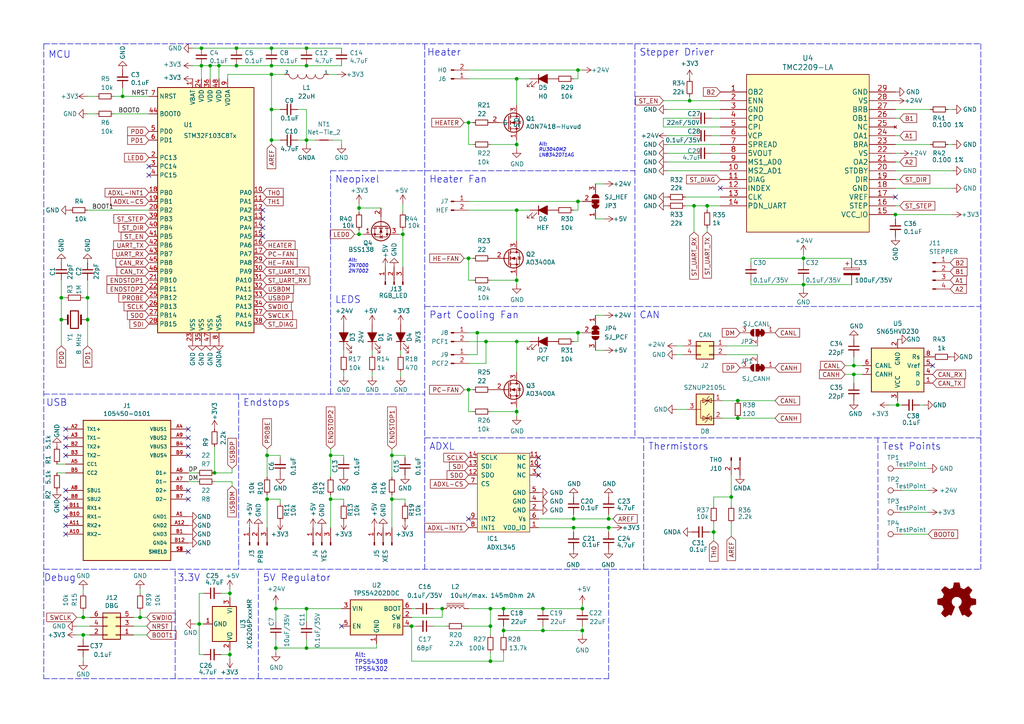
<source format=kicad_sch>
(kicad_sch (version 20211123) (generator eeschema)
  (paper "A4")
  (title_block (title "Mini AB CAN Board") (date "2021-12-30") (rev "0.1") (comment 1 "Heavily inspired by Huvud"))
  (junction (at 80.01 176.53))
  (junction (at 166.37 153.035))
  (junction (at 149.86 60.96))
  (junction (at 167.64 96.52))
  (junction (at 57.785 180.975))
  (junction (at 113.665 144.78))
  (junction (at 25.4 86.36))
  (junction (at 149.86 81.28))
  (junction (at 66.675 172.085))
  (junction (at 176.53 150.495))
  (junction (at 135.89 113.03))
  (junction (at 200.025 29.21))
  (junction (at 212.09 144.145))
  (junction (at 142.24 176.53))
  (junction (at 142.24 181.61))
  (junction (at 142.24 191.77))
  (junction (at 207.01 154.305))
  (junction (at 149.86 99.06))
  (junction (at 88.9 13.97))
  (junction (at 138.43 96.52))
  (junction (at 128.27 176.53))
  (junction (at 24.13 184.15))
  (junction (at 167.64 20.32))
  (junction (at 149.86 119.38))
  (junction (at 80.01 187.96))
  (junction (at 113.665 132.08))
  (junction (at 149.86 22.86))
  (junction (at 104.14 60.325))
  (junction (at 68.58 19.05))
  (junction (at 233.045 74.93))
  (junction (at 88.9 187.96))
  (junction (at 140.97 99.06))
  (junction (at 135.89 35.56))
  (junction (at 95.885 132.08))
  (junction (at 116.84 67.945))
  (junction (at 168.91 182.88))
  (junction (at 146.05 182.88))
  (junction (at 24.13 179.07))
  (junction (at 205.105 59.69))
  (junction (at 66.675 189.865))
  (junction (at 88.9 40.64))
  (junction (at 62.23 137.16))
  (junction (at 17.78 92.71))
  (junction (at 78.74 31.75))
  (junction (at 88.9 176.53))
  (junction (at 63.5 19.05))
  (junction (at 77.47 132.08))
  (junction (at 168.91 176.53))
  (junction (at 17.78 86.36))
  (junction (at 77.47 144.78))
  (junction (at 167.64 58.42))
  (junction (at 78.74 40.64))
  (junction (at 157.48 176.53))
  (junction (at 176.53 153.035))
  (junction (at 58.42 19.05))
  (junction (at 119.38 181.61))
  (junction (at 104.14 67.945))
  (junction (at 95.885 144.78))
  (junction (at 68.58 13.97))
  (junction (at 247.65 106.045))
  (junction (at 149.86 41.91))
  (junction (at 40.64 179.07))
  (junction (at 35.56 27.94))
  (junction (at 213.995 116.205))
  (junction (at 201.295 59.69))
  (junction (at 260.35 117.475))
  (junction (at 25.4 92.71))
  (junction (at 233.045 82.55))
  (junction (at 157.48 182.88))
  (junction (at 78.74 13.97))
  (junction (at 259.715 62.23))
  (junction (at 58.42 13.97))
  (junction (at 78.74 19.05))
  (junction (at 88.9 19.05))
  (junction (at 78.74 21.59))
  (junction (at 60.96 19.05))
  (junction (at 146.05 176.53))
  (junction (at 213.995 121.285))
  (junction (at 166.37 150.495))
  (junction (at 135.89 74.93))
  (junction (at 247.65 108.585))
  (no_connect (at 19.05 132.08))
  (no_connect (at 43.18 48.26))
  (no_connect (at 19.05 149.86))
  (no_connect (at 156.21 137.795))
  (no_connect (at 19.05 142.24))
  (no_connect (at 54.61 132.08))
  (no_connect (at 19.05 147.32))
  (no_connect (at 54.61 144.78))
  (no_connect (at 54.61 124.46))
  (no_connect (at 54.61 160.02))
  (no_connect (at 19.05 129.54))
  (no_connect (at 156.21 132.715))
  (no_connect (at 54.61 142.24))
  (no_connect (at 54.61 129.54))
  (no_connect (at 19.05 154.94))
  (no_connect (at 76.2 66.04))
  (no_connect (at 76.2 60.96))
  (no_connect (at 76.2 68.58))
  (no_connect (at 156.21 135.255))
  (no_connect (at 19.05 127))
  (no_connect (at 270.51 106.045))
  (no_connect (at 19.05 152.4))
  (no_connect (at 19.05 124.46))
  (no_connect (at 135.89 150.495))
  (no_connect (at 208.915 54.61))
  (no_connect (at 19.05 144.78))
  (no_connect (at 54.61 127))
  (no_connect (at 76.2 63.5))
  (no_connect (at 259.715 57.15))
  (no_connect (at 43.18 50.8))
  (no_connect (at 99.06 181.61))
  (wire (pts (xy 205.105 59.69) (xy 208.915 59.69)))
  (wire (pts (xy 104.14 67.945) (xy 105.41 67.945)))
  (wire (pts (xy 217.805 82.55) (xy 233.045 82.55)))
  (wire (pts (xy 146.05 184.15) (xy 146.05 182.88)))
  (wire (pts (xy 117.475 146.05) (xy 117.475 144.78)))
  (wire (pts (xy 66.675 188.595) (xy 66.675 189.865)))
  (wire (pts (xy 207.01 154.305) (xy 207.01 156.845)))
  (wire (pts (xy 247.65 111.125) (xy 247.65 108.585)))
  (polyline (pts (xy 69.215 114.3) (xy 69.215 165.1)))
  (wire (pts (xy 81.28 132.08) (xy 77.47 132.08)))
  (wire (pts (xy 175.26 101.6) (xy 172.72 101.6)))
  (wire (pts (xy 135.89 58.42) (xy 167.64 58.42)))
  (wire (pts (xy 57.785 172.085) (xy 57.785 180.975)))
  (wire (pts (xy 261.62 154.94) (xy 269.24 154.94)))
  (wire (pts (xy 135.89 119.38) (xy 135.89 113.03)))
  (wire (pts (xy 137.16 119.38) (xy 135.89 119.38)))
  (wire (pts (xy 99.06 19.05) (xy 88.9 19.05)))
  (wire (pts (xy 119.38 191.77) (xy 142.24 191.77)))
  (wire (pts (xy 40.64 179.07) (xy 42.545 179.07)))
  (wire (pts (xy 201.295 59.69) (xy 201.295 67.31)))
  (wire (pts (xy 196.215 100.33) (xy 198.12 100.33)))
  (wire (pts (xy 245.11 108.585) (xy 247.65 108.585)))
  (wire (pts (xy 259.715 49.53) (xy 276.225 49.53)))
  (wire (pts (xy 276.225 54.61) (xy 259.715 54.61)))
  (wire (pts (xy 135.89 35.56) (xy 137.16 35.56)))
  (wire (pts (xy 149.86 81.28) (xy 149.86 82.55)))
  (wire (pts (xy 201.295 59.69) (xy 205.105 59.69)))
  (wire (pts (xy 206.375 44.45) (xy 208.915 44.45)))
  (wire (pts (xy 266.7 117.475) (xy 267.97 117.475)))
  (wire (pts (xy 104.14 66.675) (xy 104.14 67.945)))
  (wire (pts (xy 17.78 86.36) (xy 17.78 81.28)))
  (wire (pts (xy 168.91 182.88) (xy 168.91 181.61)))
  (wire (pts (xy 77.47 144.78) (xy 77.47 153.035)))
  (wire (pts (xy 116.205 109.22) (xy 116.205 107.95)))
  (wire (pts (xy 135.89 41.91) (xy 135.89 35.56)))
  (wire (pts (xy 134.62 113.03) (xy 135.89 113.03)))
  (wire (pts (xy 168.91 58.42) (xy 167.64 58.42)))
  (wire (pts (xy 35.56 27.94) (xy 43.18 27.94)))
  (wire (pts (xy 146.05 191.77) (xy 146.05 189.23)))
  (wire (pts (xy 25.4 60.96) (xy 43.18 60.96)))
  (wire (pts (xy 176.53 153.035) (xy 177.8 153.035)))
  (wire (pts (xy 64.135 189.865) (xy 66.675 189.865)))
  (wire (pts (xy 57.785 189.865) (xy 57.785 180.975)))
  (wire (pts (xy 38.735 179.07) (xy 40.64 179.07)))
  (wire (pts (xy 119.38 181.61) (xy 120.65 181.61)))
  (wire (pts (xy 135.89 99.06) (xy 140.97 99.06)))
  (wire (pts (xy 78.74 19.05) (xy 88.9 19.05)))
  (wire (pts (xy 80.01 185.42) (xy 80.01 187.96)))
  (wire (pts (xy 138.43 102.87) (xy 138.43 96.52)))
  (wire (pts (xy 192.405 34.29) (xy 192.405 36.83)))
  (wire (pts (xy 128.27 179.07) (xy 128.27 176.53)))
  (wire (pts (xy 25.4 33.02) (xy 27.94 33.02)))
  (wire (pts (xy 137.16 81.28) (xy 135.89 81.28)))
  (wire (pts (xy 78.74 31.75) (xy 81.28 31.75)))
  (wire (pts (xy 217.805 76.2) (xy 217.805 74.93)))
  (wire (pts (xy 149.86 41.91) (xy 149.86 43.18)))
  (wire (pts (xy 138.43 96.52) (xy 167.64 96.52)))
  (wire (pts (xy 110.49 60.325) (xy 104.14 60.325)))
  (wire (pts (xy 224.79 116.205) (xy 213.995 116.205)))
  (wire (pts (xy 257.81 117.475) (xy 260.35 117.475)))
  (wire (pts (xy 99.695 109.22) (xy 99.695 107.95)))
  (wire (pts (xy 25.4 100.33) (xy 25.4 92.71)))
  (wire (pts (xy 99.695 146.05) (xy 99.695 144.78)))
  (wire (pts (xy 119.38 181.61) (xy 119.38 191.77)))
  (wire (pts (xy 67.31 139.7) (xy 67.31 140.97)))
  (wire (pts (xy 66.04 21.59) (xy 78.74 21.59)))
  (wire (pts (xy 172.72 53.34) (xy 175.26 53.34)))
  (wire (pts (xy 68.58 19.05) (xy 78.74 19.05)))
  (wire (pts (xy 209.55 116.205) (xy 213.995 116.205)))
  (wire (pts (xy 58.42 22.86) (xy 58.42 19.05)))
  (wire (pts (xy 212.09 151.765) (xy 212.09 155.575)))
  (wire (pts (xy 259.715 59.69) (xy 260.985 59.69)))
  (wire (pts (xy 59.055 172.085) (xy 57.785 172.085)))
  (wire (pts (xy 116.84 59.055) (xy 116.84 61.595)))
  (wire (pts (xy 38.735 184.15) (xy 42.545 184.15)))
  (wire (pts (xy 81.28 146.05) (xy 81.28 144.78)))
  (wire (pts (xy 78.74 40.64) (xy 81.28 40.64)))
  (wire (pts (xy 26.035 184.15) (xy 24.13 184.15)))
  (wire (pts (xy 113.665 132.08) (xy 113.665 130.175)))
  (wire (pts (xy 54.61 137.16) (xy 57.15 137.16)))
  (wire (pts (xy 116.84 67.945) (xy 116.84 77.47)))
  (wire (pts (xy 146.05 182.88) (xy 146.05 181.61)))
  (wire (pts (xy 117.475 132.715) (xy 117.475 132.08)))
  (wire (pts (xy 176.53 150.495) (xy 177.8 150.495)))
  (wire (pts (xy 146.05 182.88) (xy 157.48 182.88)))
  (wire (pts (xy 107.95 109.22) (xy 107.95 107.95)))
  (wire (pts (xy 135.89 176.53) (xy 142.24 176.53)))
  (wire (pts (xy 142.24 176.53) (xy 146.05 176.53)))
  (wire (pts (xy 33.02 33.02) (xy 43.18 33.02)))
  (wire (pts (xy 192.405 36.83) (xy 208.915 36.83)))
  (wire (pts (xy 149.86 22.86) (xy 153.67 22.86)))
  (wire (pts (xy 102.87 67.945) (xy 104.14 67.945)))
  (wire (pts (xy 78.74 21.59) (xy 78.74 31.75)))
  (polyline (pts (xy 176.53 196.85) (xy 176.53 165.1)))
  (wire (pts (xy 95.885 130.175) (xy 95.885 132.08)))
  (wire (pts (xy 259.715 41.91) (xy 269.875 41.91)))
  (wire (pts (xy 80.01 176.53) (xy 80.01 175.26)))
  (wire (pts (xy 196.215 118.745) (xy 199.39 118.745)))
  (wire (pts (xy 210.82 102.87) (xy 219.71 102.87)))
  (wire (pts (xy 233.045 82.55) (xy 233.045 83.82)))
  (polyline (pts (xy 123.19 88.9) (xy 284.48 88.9)))
  (wire (pts (xy 149.86 60.96) (xy 153.67 60.96)))
  (wire (pts (xy 64.135 172.085) (xy 66.675 172.085)))
  (wire (pts (xy 149.86 80.01) (xy 149.86 81.28)))
  (wire (pts (xy 168.91 96.52) (xy 167.64 96.52)))
  (wire (pts (xy 66.675 189.865) (xy 66.675 191.135)))
  (polyline (pts (xy 50.8 196.85) (xy 50.8 165.1)))
  (wire (pts (xy 77.47 143.51) (xy 77.47 144.78)))
  (wire (pts (xy 166.37 99.06) (xy 167.64 99.06)))
  (wire (pts (xy 25.4 27.94) (xy 27.94 27.94)))
  (wire (pts (xy 80.01 180.34) (xy 80.01 176.53)))
  (wire (pts (xy 167.64 99.06) (xy 167.64 96.52)))
  (wire (pts (xy 113.665 144.78) (xy 113.665 143.51)))
  (wire (pts (xy 19.05 137.16) (xy 16.51 137.16)))
  (wire (pts (xy 261.62 135.89) (xy 269.24 135.89)))
  (wire (pts (xy 193.675 44.45) (xy 201.295 44.45)))
  (wire (pts (xy 63.5 22.86) (xy 63.5 19.05)))
  (wire (pts (xy 233.045 74.93) (xy 233.045 73.66)))
  (wire (pts (xy 78.74 31.75) (xy 78.74 40.64)))
  (wire (pts (xy 77.47 132.08) (xy 77.47 138.43)))
  (wire (pts (xy 55.88 13.97) (xy 58.42 13.97)))
  (polyline (pts (xy 95.885 49.53) (xy 184.15 49.53)))
  (wire (pts (xy 259.715 63.5) (xy 259.715 62.23)))
  (wire (pts (xy 95.885 144.78) (xy 95.885 153.035)))
  (wire (pts (xy 247.015 82.55) (xy 233.045 82.55)))
  (wire (pts (xy 217.805 81.28) (xy 217.805 82.55)))
  (wire (pts (xy 209.55 121.285) (xy 213.995 121.285)))
  (wire (pts (xy 135.89 74.93) (xy 137.16 74.93)))
  (wire (pts (xy 205.105 67.31) (xy 205.105 66.04)))
  (wire (pts (xy 261.62 142.24) (xy 269.24 142.24)))
  (wire (pts (xy 247.65 106.045) (xy 247.65 103.505)))
  (wire (pts (xy 99.06 40.64) (xy 99.06 41.91)))
  (wire (pts (xy 157.48 176.53) (xy 168.91 176.53)))
  (wire (pts (xy 142.24 176.53) (xy 142.24 181.61)))
  (wire (pts (xy 104.14 59.055) (xy 104.14 60.325)))
  (wire (pts (xy 38.735 181.61) (xy 42.545 181.61)))
  (wire (pts (xy 166.37 22.86) (xy 167.64 22.86)))
  (wire (pts (xy 24.13 190.5) (xy 24.13 191.77)))
  (wire (pts (xy 259.715 52.07) (xy 260.985 52.07)))
  (wire (pts (xy 78.74 40.64) (xy 78.74 41.91)))
  (wire (pts (xy 135.89 81.28) (xy 135.89 74.93)))
  (wire (pts (xy 168.91 175.26) (xy 168.91 176.53)))
  (wire (pts (xy 68.58 13.97) (xy 58.42 13.97)))
  (wire (pts (xy 40.64 177.165) (xy 40.64 179.07)))
  (polyline (pts (xy 12.7 196.85) (xy 176.53 196.85)))
  (wire (pts (xy 66.675 172.085) (xy 66.675 170.815)))
  (wire (pts (xy 117.475 132.08) (xy 113.665 132.08)))
  (wire (pts (xy 210.82 100.33) (xy 219.71 100.33)))
  (wire (pts (xy 117.475 144.78) (xy 113.665 144.78)))
  (wire (pts (xy 205.105 60.96) (xy 205.105 59.69)))
  (polyline (pts (xy 284.48 12.7) (xy 284.48 165.1)))
  (wire (pts (xy 140.97 105.41) (xy 140.97 99.06)))
  (wire (pts (xy 134.62 181.61) (xy 142.24 181.61)))
  (wire (pts (xy 276.225 31.75) (xy 274.955 31.75)))
  (wire (pts (xy 172.72 91.44) (xy 175.26 91.44)))
  (wire (pts (xy 33.02 27.94) (xy 35.56 27.94)))
  (wire (pts (xy 142.24 119.38) (xy 149.86 119.38)))
  (wire (pts (xy 157.48 182.88) (xy 157.48 181.61)))
  (wire (pts (xy 192.405 29.21) (xy 200.025 29.21)))
  (wire (pts (xy 125.73 181.61) (xy 129.54 181.61)))
  (wire (pts (xy 88.9 176.53) (xy 99.06 176.53)))
  (wire (pts (xy 193.675 41.91) (xy 208.915 41.91)))
  (wire (pts (xy 88.9 187.96) (xy 88.9 185.42)))
  (polyline (pts (xy 254.635 165.1) (xy 254.635 127)))
  (wire (pts (xy 135.89 22.86) (xy 149.86 22.86)))
  (wire (pts (xy 260.985 39.37) (xy 259.715 39.37)))
  (wire (pts (xy 212.09 144.145) (xy 212.09 146.685)))
  (polyline (pts (xy 12.7 12.7) (xy 284.48 12.7)))
  (wire (pts (xy 198.755 57.15) (xy 208.915 57.15)))
  (wire (pts (xy 233.045 81.28) (xy 233.045 82.55)))
  (wire (pts (xy 86.36 31.75) (xy 88.9 31.75)))
  (wire (pts (xy 66.675 173.355) (xy 66.675 172.085)))
  (wire (pts (xy 24.13 185.42) (xy 24.13 184.15)))
  (polyline (pts (xy 123.19 127) (xy 284.48 127)))
  (wire (pts (xy 142.24 41.91) (xy 149.86 41.91)))
  (wire (pts (xy 193.675 49.53) (xy 208.915 49.53)))
  (wire (pts (xy 259.715 46.99) (xy 260.985 46.99)))
  (wire (pts (xy 156.21 153.035) (xy 166.37 153.035)))
  (wire (pts (xy 134.62 35.56) (xy 135.89 35.56)))
  (wire (pts (xy 193.675 46.99) (xy 208.915 46.99)))
  (wire (pts (xy 176.53 154.305) (xy 176.53 153.035)))
  (wire (pts (xy 206.375 39.37) (xy 208.915 39.37)))
  (wire (pts (xy 233.045 76.2) (xy 233.045 74.93)))
  (wire (pts (xy 96.52 40.64) (xy 99.06 40.64)))
  (polyline (pts (xy 95.885 114.3) (xy 95.885 49.53)))
  (polyline (pts (xy 12.7 165.1) (xy 284.48 165.1)))
  (wire (pts (xy 63.5 19.05) (xy 68.58 19.05)))
  (wire (pts (xy 224.79 121.285) (xy 213.995 121.285)))
  (polyline (pts (xy 186.69 165.1) (xy 186.69 127)))
  (wire (pts (xy 104.14 60.325) (xy 104.14 61.595)))
  (wire (pts (xy 146.05 176.53) (xy 157.48 176.53)))
  (wire (pts (xy 212.09 137.795) (xy 212.09 144.145)))
  (wire (pts (xy 80.01 189.23) (xy 80.01 187.96)))
  (wire (pts (xy 78.74 13.97) (xy 68.58 13.97)))
  (wire (pts (xy 60.96 19.05) (xy 63.5 19.05)))
  (wire (pts (xy 116.205 101.6) (xy 116.205 102.87)))
  (wire (pts (xy 149.86 99.06) (xy 153.67 99.06)))
  (wire (pts (xy 54.61 139.7) (xy 57.15 139.7)))
  (wire (pts (xy 80.01 187.96) (xy 88.9 187.96)))
  (wire (pts (xy 142.24 81.28) (xy 149.86 81.28)))
  (wire (pts (xy 95.885 143.51) (xy 95.885 144.78)))
  (wire (pts (xy 149.86 118.11) (xy 149.86 119.38)))
  (wire (pts (xy 116.84 66.675) (xy 116.84 67.945)))
  (wire (pts (xy 95.885 132.08) (xy 95.885 138.43)))
  (wire (pts (xy 260.35 117.475) (xy 261.62 117.475)))
  (wire (pts (xy 35.56 25.4) (xy 35.56 27.94)))
  (polyline (pts (xy 12.7 12.7) (xy 12.7 196.85)))
  (wire (pts (xy 135.89 105.41) (xy 140.97 105.41)))
  (wire (pts (xy 88.9 40.64) (xy 88.9 41.91)))
  (wire (pts (xy 115.57 67.945) (xy 116.84 67.945)))
  (wire (pts (xy 260.35 116.205) (xy 260.35 117.475)))
  (wire (pts (xy 149.86 40.64) (xy 149.86 41.91)))
  (wire (pts (xy 260.985 44.45) (xy 259.715 44.45)))
  (wire (pts (xy 135.89 96.52) (xy 138.43 96.52)))
  (wire (pts (xy 81.28 132.715) (xy 81.28 132.08)))
  (wire (pts (xy 26.035 181.61) (xy 22.225 181.61)))
  (wire (pts (xy 166.37 154.305) (xy 166.37 153.035)))
  (wire (pts (xy 67.31 135.89) (xy 67.31 137.16)))
  (wire (pts (xy 142.24 189.23) (xy 142.24 191.77)))
  (wire (pts (xy 24.13 179.07) (xy 22.225 179.07)))
  (wire (pts (xy 88.9 180.34) (xy 88.9 176.53)))
  (wire (pts (xy 24.13 184.15) (xy 22.225 184.15)))
  (polyline (pts (xy 123.19 12.7) (xy 123.19 165.1)))
  (wire (pts (xy 97.79 21.59) (xy 95.25 21.59)))
  (wire (pts (xy 149.86 30.48) (xy 149.86 22.86)))
  (wire (pts (xy 134.62 74.93) (xy 135.89 74.93)))
  (wire (pts (xy 91.44 40.64) (xy 88.9 40.64)))
  (wire (pts (xy 140.97 99.06) (xy 149.86 99.06)))
  (wire (pts (xy 78.74 21.59) (xy 82.55 21.59)))
  (wire (pts (xy 17.78 92.71) (xy 17.78 86.36)))
  (wire (pts (xy 217.805 74.93) (xy 233.045 74.93)))
  (wire (pts (xy 125.73 176.53) (xy 128.27 176.53)))
  (wire (pts (xy 247.015 74.93) (xy 233.045 74.93)))
  (wire (pts (xy 25.4 92.71) (xy 25.4 86.36)))
  (wire (pts (xy 156.21 150.495) (xy 166.37 150.495)))
  (wire (pts (xy 201.295 34.29) (xy 192.405 34.29)))
  (wire (pts (xy 247.65 106.045) (xy 250.19 106.045)))
  (wire (pts (xy 119.38 179.07) (xy 128.27 179.07)))
  (wire (pts (xy 59.055 189.865) (xy 57.785 189.865)))
  (wire (pts (xy 135.89 20.32) (xy 167.64 20.32)))
  (wire (pts (xy 167.64 60.96) (xy 167.64 58.42)))
  (wire (pts (xy 157.48 182.88) (xy 168.91 182.88)))
  (wire (pts (xy 135.89 102.87) (xy 138.43 102.87)))
  (wire (pts (xy 88.9 13.97) (xy 78.74 13.97)))
  (wire (pts (xy 26.035 179.07) (xy 24.13 179.07)))
  (wire (pts (xy 25.4 86.36) (xy 25.4 81.28)))
  (wire (pts (xy 135.89 113.03) (xy 137.16 113.03)))
  (wire (pts (xy 135.89 60.96) (xy 149.86 60.96)))
  (wire (pts (xy 200.025 29.21) (xy 200.025 27.94)))
  (wire (pts (xy 25.4 86.36) (xy 24.13 86.36)))
  (wire (pts (xy 193.675 31.75) (xy 208.915 31.75)))
  (wire (pts (xy 62.23 139.7) (xy 67.31 139.7)))
  (wire (pts (xy 176.53 150.495) (xy 176.53 149.225)))
  (wire (pts (xy 168.91 182.88) (xy 168.91 184.15)))
  (wire (pts (xy 167.64 22.86) (xy 167.64 20.32)))
  (wire (pts (xy 168.91 20.32) (xy 167.64 20.32)))
  (wire (pts (xy 207.01 151.765) (xy 207.01 154.305)))
  (wire (pts (xy 113.665 138.43) (xy 113.665 132.08)))
  (wire (pts (xy 88.9 13.97) (xy 99.06 13.97)))
  (wire (pts (xy 56.515 180.975) (xy 57.785 180.975)))
  (wire (pts (xy 166.37 60.96) (xy 167.64 60.96)))
  (wire (pts (xy 58.42 19.05) (xy 60.96 19.05)))
  (wire (pts (xy 207.01 144.145) (xy 207.01 146.685)))
  (wire (pts (xy 193.675 39.37) (xy 201.295 39.37)))
  (wire (pts (xy 107.95 101.6) (xy 107.95 102.87)))
  (wire (pts (xy 40.64 172.085) (xy 40.64 170.815)))
  (wire (pts (xy 149.86 99.06) (xy 149.86 107.95)))
  (wire (pts (xy 99.695 144.78) (xy 95.885 144.78)))
  (wire (pts (xy 24.13 177.165) (xy 24.13 179.07)))
  (wire (pts (xy 206.375 34.29) (xy 208.915 34.29)))
  (wire (pts (xy 274.955 41.91) (xy 276.225 41.91)))
  (wire (pts (xy 205.74 154.305) (xy 207.01 154.305)))
  (wire (pts (xy 99.695 132.08) (xy 95.885 132.08)))
  (wire (pts (xy 172.72 63.5) (xy 175.26 63.5)))
  (wire (pts (xy 142.24 191.77) (xy 146.05 191.77)))
  (wire (pts (xy 17.78 86.36) (xy 19.05 86.36)))
  (wire (pts (xy 261.62 148.59) (xy 269.24 148.59)))
  (polyline (pts (xy 74.93 196.85) (xy 74.93 165.1)))
  (wire (pts (xy 88.9 40.64) (xy 88.9 31.75)))
  (wire (pts (xy 77.47 130.175) (xy 77.47 132.08)))
  (wire (pts (xy 196.215 102.87) (xy 198.12 102.87)))
  (wire (pts (xy 24.13 172.085) (xy 24.13 170.815)))
  (wire (pts (xy 198.755 59.69) (xy 201.295 59.69)))
  (wire (pts (xy 166.37 153.035) (xy 176.53 153.035)))
  (wire (pts (xy 207.01 144.145) (xy 212.09 144.145)))
  (wire (pts (xy 88.9 187.96) (xy 109.22 187.96)))
  (wire (pts (xy 259.715 62.23) (xy 276.225 62.23)))
  (wire (pts (xy 166.37 150.495) (xy 166.37 149.225)))
  (wire (pts (xy 67.31 137.16) (xy 62.23 137.16)))
  (wire (pts (xy 81.28 144.78) (xy 77.47 144.78)))
  (wire (pts (xy 57.785 180.975) (xy 59.055 180.975)))
  (wire (pts (xy 99.695 132.715) (xy 99.695 132.08)))
  (wire (pts (xy 142.24 181.61) (xy 142.24 184.15)))
  (wire (pts (xy 99.695 101.6) (xy 99.695 102.87)))
  (wire (pts (xy 149.86 60.96) (xy 149.86 69.85)))
  (wire (pts (xy 120.65 176.53) (xy 119.38 176.53)))
  (wire (pts (xy 245.11 106.045) (xy 247.65 106.045)))
  (wire (pts (xy 200.025 29.21) (xy 208.915 29.21)))
  (wire (pts (xy 260.985 34.29) (xy 259.715 34.29)))
  (wire (pts (xy 247.65 108.585) (xy 250.19 108.585)))
  (polyline (pts (xy 184.15 12.7) (xy 184.15 127)))
  (wire (pts (xy 19.05 134.62) (xy 16.51 134.62)))
  (wire (pts (xy 149.86 119.38) (xy 149.86 120.65)))
  (wire (pts (xy 55.88 19.05) (xy 58.42 19.05)))
  (wire (pts (xy 166.37 150.495) (xy 176.53 150.495)))
  (wire (pts (xy 62.23 129.54) (xy 62.23 137.16)))
  (polyline (pts (xy 12.7 114.3) (xy 123.19 114.3)))
  (wire (pts (xy 80.01 176.53) (xy 88.9 176.53)))
  (wire (pts (xy 259.715 31.75) (xy 269.875 31.75)))
  (wire (pts (xy 17.78 100.33) (xy 17.78 92.71)))
  (wire (pts (xy 86.36 40.64) (xy 88.9 40.64)))
  (wire (pts (xy 137.16 41.91) (xy 135.89 41.91)))
  (wire (pts (xy 60.96 22.86) (xy 60.96 19.05)))
  (wire (pts (xy 66.04 22.86) (xy 66.04 21.59)))
  (wire (pts (xy 109.22 187.96) (xy 109.22 186.69)))
  (wire (pts (xy 113.665 153.035) (xy 113.665 144.78)))
  (text "Test Points" (at 255.905 130.81 0) (effects (font (size 2.0066 2.0066)) (justify left bottom)))
  (text "Part Cooling Fan" (at 124.46 92.71 0) (effects (font (size 2.0066 2.0066)) (justify left bottom)))
  (text "USB" (at 13.335 118.11 0) (effects (font (size 2.0066 2.0066)) (justify left bottom)))
  (text "3.3V" (at 51.435 168.91 0) (effects (font (size 2.0066 2.0066)) (justify left bottom)))
  (text "ADXL" (at 124.46 130.81 0) (effects (font (size 2.0066 2.0066)) (justify left bottom)))
  (text "Thermistors" (at 187.96 130.81 0) (effects (font (size 2.0066 2.0066)) (justify left bottom)))
  (text "Alt:\n2N7000\n2N7002" (at 100.965 79.375 0) (effects (font (size 0.9906 0.9906) italic) (justify left bottom)))
  (text "LEDS\n" (at 97.155 88.265 0) (effects (font (size 2.0066 2.0066)) (justify left bottom)))
  (text "Alt:\nTPS54308\nTPS54302" (at 102.87 194.945 0) (effects (font (size 1.27 1.27)) (justify left bottom)))
  (text "CAN" (at 185.42 92.71 0) (effects (font (size 2.0066 2.0066)) (justify left bottom)))
  (text "Neopixel" (at 97.155 53.34 0) (effects (font (size 2.0066 2.0066)) (justify left bottom)))
  (text "Endstops" (at 70.485 118.11 0) (effects (font (size 2.0066 2.0066)) (justify left bottom)))
  (text "MCU" (at 13.97 17.145 0) (effects (font (size 2.0066 2.0066)) (justify left bottom)))
  (text "Heater" (at 123.825 16.51 0) (effects (font (size 2.0066 2.0066)) (justify left bottom)))
  (text "5V Regulator" (at 76.2 168.91 0) (effects (font (size 2.0066 2.0066)) (justify left bottom)))
  (text "Alt:\nRU3040M2\nLN8342DT1AG" (at 156.21 45.72 0) (effects (font (size 0.9906 0.9906) italic) (justify left bottom)))
  (text "Debug" (at 12.7 168.91 0) (effects (font (size 2.0066 2.0066)) (justify left bottom)))
  (text "Stepper Driver" (at 185.42 16.51 0) (effects (font (size 2.0066 2.0066)) (justify left bottom)))
  (text "Heater Fan" (at 124.46 53.34 0) (effects (font (size 2.0066 2.0066)) (justify left bottom)))
  (label "BOOT0" (at 34.29 33.02 0))
  (label "BOOT1" (at 26.67 60.96 0))
  (label "DM" (at 54.61 139.7 0))
  (label "DP" (at 54.61 137.16 0))
  (label "NRST" (at 38.1 27.94 0))
  (global_label "PROBE" (shape input) (at 43.18 86.36 180) (property "Intersheet References" "${INTERSHEET_REFS}" (effects hide)))
  (global_label "CANL" (shape input) (at 245.11 106.045 180) (property "Intersheet References" "${INTERSHEET_REFS}" (effects hide)))
  (global_label "LED0" (shape input) (at 43.18 45.72 180) (property "Intersheet References" "${INTERSHEET_REFS}" (effects hide)))
  (global_label "ST_DIAG" (shape input) (at 76.2 93.98 0) (property "Intersheet References" "${INTERSHEET_REFS}" (effects hide)))
  (global_label "ST_UART_TX" (shape input) (at 76.2 78.74 0) (property "Intersheet References" "${INTERSHEET_REFS}" (effects hide)))
  (global_label "USBDP" (shape input) (at 76.2 86.36 0) (property "Intersheet References" "${INTERSHEET_REFS}" (effects hide)))
  (global_label "BOOT0" (shape input) (at 269.24 154.94 0) (property "Intersheet References" "${INTERSHEET_REFS}" (effects hide)))
  (global_label "A2" (shape input) (at 275.59 83.82 0) (property "Intersheet References" "${INTERSHEET_REFS}" (effects hide)))
  (global_label "PC-FAN" (shape input) (at 134.62 113.03 180) (property "Intersheet References" "${INTERSHEET_REFS}" (effects hide)))
  (global_label "ENDSTOP1" (shape input) (at 43.18 81.28 180) (property "Intersheet References" "${INTERSHEET_REFS}" (effects hide)))
  (global_label "PC-FAN" (shape input) (at 76.2 73.66 0) (property "Intersheet References" "${INTERSHEET_REFS}" (effects hide)))
  (global_label "LED0" (shape input) (at 102.87 67.945 180) (property "Intersheet References" "${INTERSHEET_REFS}" (effects hide)))
  (global_label "USBDM" (shape input) (at 76.2 83.82 0) (property "Intersheet References" "${INTERSHEET_REFS}" (effects hide)))
  (global_label "AREF" (shape input) (at 78.74 41.91 270) (property "Intersheet References" "${INTERSHEET_REFS}" (effects hide)))
  (global_label "AREF" (shape input) (at 212.09 155.575 270) (property "Intersheet References" "${INTERSHEET_REFS}" (effects hide)))
  (global_label "SWDIO" (shape input) (at 76.2 88.9 0) (property "Intersheet References" "${INTERSHEET_REFS}" (effects hide)))
  (global_label "A1" (shape input) (at 275.59 81.28 0) (property "Intersheet References" "${INTERSHEET_REFS}" (effects hide)))
  (global_label "ADXL-CS" (shape input) (at 135.89 140.335 180) (property "Intersheet References" "${INTERSHEET_REFS}" (effects hide)))
  (global_label "PD0" (shape input) (at 17.78 100.33 270) (property "Intersheet References" "${INTERSHEET_REFS}" (effects hide)))
  (global_label "SCLK" (shape input) (at 135.89 132.715 180) (property "Intersheet References" "${INTERSHEET_REFS}" (effects hide)))
  (global_label "ST_STEP" (shape input) (at 260.985 59.69 0) (property "Intersheet References" "${INTERSHEET_REFS}" (effects hide)))
  (global_label "ADXL-INT1" (shape input) (at 135.89 153.035 180) (property "Intersheet References" "${INTERSHEET_REFS}" (effects hide)))
  (global_label "SDI" (shape input) (at 135.89 135.255 180) (property "Intersheet References" "${INTERSHEET_REFS}" (effects hide)))
  (global_label "SWCLK" (shape input) (at 22.225 179.07 180) (property "Intersheet References" "${INTERSHEET_REFS}" (effects hide)))
  (global_label "SDO" (shape input) (at 43.18 91.44 180) (property "Intersheet References" "${INTERSHEET_REFS}" (effects hide)))
  (global_label "HE-FAN" (shape input) (at 76.2 76.2 0) (property "Intersheet References" "${INTERSHEET_REFS}" (effects hide)))
  (global_label "ST_UART_RX" (shape input) (at 201.295 67.31 270) (property "Intersheet References" "${INTERSHEET_REFS}" (effects hide)))
  (global_label "CAN_RX" (shape input) (at 43.18 76.2 180) (property "Intersheet References" "${INTERSHEET_REFS}" (effects hide)))
  (global_label "CANL" (shape input) (at 224.79 96.52 0) (property "Intersheet References" "${INTERSHEET_REFS}" (effects hide)))
  (global_label "NRST" (shape input) (at 42.545 181.61 0) (property "Intersheet References" "${INTERSHEET_REFS}" (effects hide)))
  (global_label "ENDSTOP2" (shape input) (at 43.18 83.82 180) (property "Intersheet References" "${INTERSHEET_REFS}" (effects hide)))
  (global_label "TH0" (shape input) (at 207.01 156.845 270) (property "Intersheet References" "${INTERSHEET_REFS}" (effects hide)))
  (global_label "CANH" (shape input) (at 224.79 121.285 0) (property "Intersheet References" "${INTERSHEET_REFS}" (effects hide)))
  (global_label "B2" (shape input) (at 275.59 76.2 0) (property "Intersheet References" "${INTERSHEET_REFS}" (effects hide)))
  (global_label "B2" (shape input) (at 208.915 26.67 180) (property "Intersheet References" "${INTERSHEET_REFS}" (effects hide)))
  (global_label "PD0" (shape input) (at 43.18 38.1 180) (property "Intersheet References" "${INTERSHEET_REFS}" (effects hide)))
  (global_label "B1" (shape input) (at 275.59 78.74 0) (property "Intersheet References" "${INTERSHEET_REFS}" (effects hide)))
  (global_label "SDI" (shape input) (at 43.18 93.98 180) (property "Intersheet References" "${INTERSHEET_REFS}" (effects hide)))
  (global_label "CAN_RX" (shape input) (at 270.51 108.585 0) (property "Intersheet References" "${INTERSHEET_REFS}" (effects hide)))
  (global_label "ADXL-INT1" (shape input) (at 43.18 55.88 180) (property "Intersheet References" "${INTERSHEET_REFS}" (effects hide)))
  (global_label "ST_DIAG" (shape input) (at 208.915 52.07 180) (property "Intersheet References" "${INTERSHEET_REFS}" (effects hide)))
  (global_label "PD1" (shape input) (at 25.4 100.33 270) (property "Intersheet References" "${INTERSHEET_REFS}" (effects hide)))
  (global_label "UART_TX" (shape input) (at 43.18 71.12 180) (property "Intersheet References" "${INTERSHEET_REFS}" (effects hide)))
  (global_label "HE-FAN" (shape input) (at 134.62 74.93 180) (property "Intersheet References" "${INTERSHEET_REFS}" (effects hide)))
  (global_label "ADXL-CS" (shape input) (at 43.18 58.42 180) (property "Intersheet References" "${INTERSHEET_REFS}" (effects hide)))
  (global_label "ST_UART_TX" (shape input) (at 205.105 67.31 270) (property "Intersheet References" "${INTERSHEET_REFS}" (effects hide)))
  (global_label "B1" (shape input) (at 260.985 34.29 0) (property "Intersheet References" "${INTERSHEET_REFS}" (effects hide)))
  (global_label "UART_RX" (shape input) (at 43.18 73.66 180) (property "Intersheet References" "${INTERSHEET_REFS}" (effects hide)))
  (global_label "AREF" (shape input) (at 177.8 150.495 0) (property "Intersheet References" "${INTERSHEET_REFS}" (effects hide)))
  (global_label "PD1" (shape input) (at 43.18 40.64 180) (property "Intersheet References" "${INTERSHEET_REFS}" (effects hide)))
  (global_label "CANH" (shape input) (at 245.11 108.585 180) (property "Intersheet References" "${INTERSHEET_REFS}" (effects hide)))
  (global_label "ENDSTOP1" (shape input) (at 113.665 130.175 90) (property "Intersheet References" "${INTERSHEET_REFS}" (effects hide)))
  (global_label "ST_UART_RX" (shape input) (at 76.2 81.28 0) (property "Intersheet References" "${INTERSHEET_REFS}" (effects hide)))
  (global_label "BOOT1" (shape input) (at 42.545 184.15 0) (property "Intersheet References" "${INTERSHEET_REFS}" (effects hide)))
  (global_label "CANL" (shape input) (at 224.79 116.205 0) (property "Intersheet References" "${INTERSHEET_REFS}" (effects hide)))
  (global_label "ST_STEP" (shape input) (at 43.18 63.5 180) (property "Intersheet References" "${INTERSHEET_REFS}" (effects hide)))
  (global_label "SCLK" (shape input) (at 43.18 88.9 180) (property "Intersheet References" "${INTERSHEET_REFS}" (effects hide)))
  (global_label "ST_DIR" (shape input) (at 43.18 66.04 180) (property "Intersheet References" "${INTERSHEET_REFS}" (effects hide)))
  (global_label "TH1" (shape input) (at 76.2 58.42 0) (property "Intersheet References" "${INTERSHEET_REFS}" (effects hide)))
  (global_label "USBDM" (shape input) (at 67.31 140.97 270) (property "Intersheet References" "${INTERSHEET_REFS}" (effects hide)))
  (global_label "CAN_TX" (shape input) (at 270.51 111.125 0) (property "Intersheet References" "${INTERSHEET_REFS}" (effects hide)))
  (global_label "PROBE" (shape input) (at 77.47 130.175 90) (property "Intersheet References" "${INTERSHEET_REFS}" (effects hide)))
  (global_label "SDO" (shape input) (at 135.89 137.795 180) (property "Intersheet References" "${INTERSHEET_REFS}" (effects hide)))
  (global_label "ST_EN" (shape input) (at 192.405 29.21 180) (property "Intersheet References" "${INTERSHEET_REFS}" (effects hide)))
  (global_label "ST_DIR" (shape input) (at 260.985 52.07 0) (property "Intersheet References" "${INTERSHEET_REFS}" (effects hide)))
  (global_label "TH0" (shape input) (at 76.2 55.88 0) (property "Intersheet References" "${INTERSHEET_REFS}" (effects hide)))
  (global_label "USBDP" (shape input) (at 67.31 135.89 90) (property "Intersheet References" "${INTERSHEET_REFS}" (effects hide)))
  (global_label "ST_EN" (shape input) (at 43.18 68.58 180) (property "Intersheet References" "${INTERSHEET_REFS}" (effects hide)))
  (global_label "A2" (shape input) (at 260.985 46.99 0) (property "Intersheet References" "${INTERSHEET_REFS}" (effects hide)))
  (global_label "CAN_TX" (shape input) (at 43.18 78.74 180) (property "Intersheet References" "${INTERSHEET_REFS}" (effects hide)))
  (global_label "HEATER" (shape input) (at 76.2 71.12 0) (property "Intersheet References" "${INTERSHEET_REFS}" (effects hide)))
  (global_label "SWCLK" (shape input) (at 76.2 91.44 0) (property "Intersheet References" "${INTERSHEET_REFS}" (effects hide)))
  (global_label "CANH" (shape input) (at 224.79 106.68 0) (property "Intersheet References" "${INTERSHEET_REFS}" (effects hide)))
  (global_label "ENDSTOP2" (shape input) (at 95.885 130.175 90) (property "Intersheet References" "${INTERSHEET_REFS}" (effects hide)))
  (global_label "HEATER" (shape input) (at 134.62 35.56 180) (property "Intersheet References" "${INTERSHEET_REFS}" (effects hide)))
  (global_label "DP" (shape input) (at 214.63 106.68 180) (property "Intersheet References" "${INTERSHEET_REFS}" (effects hide)))
  (global_label "A1" (shape input) (at 260.985 39.37 0) (property "Intersheet References" "${INTERSHEET_REFS}" (effects hide)))
  (global_label "SWDIO" (shape input) (at 42.545 179.07 0) (property "Intersheet References" "${INTERSHEET_REFS}" (effects hide)))
  (global_label "DM" (shape input) (at 214.63 96.52 180) (property "Intersheet References" "${INTERSHEET_REFS}" (effects hide)))
  (symbol (lib_id "MCU_ST_STM32F1:STM32F103C8Tx") (at 60.96 60.96 0) (unit 1)
    (property "Reference" "U1" (at 54.61 36.195 0))
    (property "Value" "STM32F103C8Tx" (at 60.96 39.37 0))
    (property "Footprint" "Package_QFP:LQFP-48_7x7mm_P0.5mm" (effects hide))
    (property "Datasheet" "http://www.st.com/st-web-ui/static/active/en/resource/technical/document/datasheet/CD00161566.pdf" (effects hide))
  )
  (symbol (lib_id "TMC2209-LA:TMC2209-LA") (at 208.915 26.67 0) (unit 1)
    (property "Reference" "U4" (at 234.315 16.8402 0) (effects (font (size 1.524 1.524))))
    (property "Value" "TMC2209-LA" (at 234.315 19.5326 0) (effects (font (size 1.524 1.524))))
    (property "Footprint" "footprints:TMC2209-LA" (effects hide))
  )
  (symbol (lib_id "Connector:Conn_01x04_Male") (at 270.51 78.74 0) (unit 1)
    (property "Reference" "J11" (at 271.145 70.485 0))
    (property "Value" "STEPPER" (at 273.685 73.025 0))
    (property "Footprint" "Connector_JST:JST_PH_B4B-PH-K_1x04_P2.00mm_Vertical" (effects hide))
  )
  (symbol (lib_id "Connector:Conn_01x02_Male") (at 130.81 58.42 0) (unit 1)
    (property "Reference" "J7" (at 128.905 58.42 0))
    (property "Value" "HEF" (at 128.27 60.96 0))
    (property "Footprint" "Connector_JST:JST_PH_B2B-PH-K_1x02_P2.00mm_Vertical" (effects hide))
  )
  (symbol (lib_id "Connector:Conn_01x02_Male") (at 130.81 102.87 0) (unit 1)
    (property "Reference" "J9" (at 128.905 102.87 0))
    (property "Value" "PCF2" (at 127.635 105.41 0))
    (property "Footprint" "Connector_JST:JST_PH_B2B-PH-K_1x02_P2.00mm_Vertical" (effects hide))
  )
  (symbol (lib_id "Connector:Conn_01x02_Male") (at 130.81 96.52 0) (unit 1)
    (property "Reference" "J8" (at 128.905 96.52 0))
    (property "Value" "PCF1" (at 127.635 99.06 0))
    (property "Footprint" "Connector_JST:JST_PH_B2B-PH-K_1x02_P2.00mm_Vertical" (effects hide))
  )
  (symbol (lib_id "Connector:Conn_01x02_Male") (at 130.81 22.86 0) (mirror x) (unit 1)
    (property "Reference" "J6" (at 128.27 22.86 0))
    (property "Value" "H0" (at 128.27 20.32 0))
    (property "Footprint" "Connector_Molex:Molex_Micro-Fit_3.0_43045-0200_2x01_P3.00mm_Horizontal" (effects hide))
  )
  (symbol (lib_id "adxl345:ADXL345") (at 146.05 145.415 180) (unit 1)
    (property "Reference" "IC1" (at 142.875 156.21 0))
    (property "Value" "ADXL345" (at 145.415 158.75 0))
    (property "Footprint" "Package_LGA:LGA-14_3x5mm_P0.8mm_LayoutBorder1x6y" (effects hide))
    (property "Farnell" "1853935" (effects hide))
  )
  (symbol (lib_id "power:GND") (at 156.21 142.875 90) (unit 1)
    (property "Reference" "#PWR047" (effects hide))
    (property "Value" "GND" (at 159.385 142.875 90) (effects (justify right)))
  )
  (symbol (lib_id "power:GND") (at 156.21 145.415 90) (unit 1)
    (property "Reference" "#PWR048" (effects hide))
    (property "Value" "GND" (at 159.385 145.415 90) (effects (justify right)))
  )
  (symbol (lib_id "power:GND") (at 156.21 147.955 90) (unit 1)
    (property "Reference" "#PWR049" (effects hide))
    (property "Value" "GND" (at 159.385 147.955 90) (effects (justify right)))
  )
  (symbol (lib_id "power:+3V3") (at 177.8 153.035 270) (unit 1)
    (property "Reference" "#PWR061" (effects hide))
    (property "Value" "+3V3" (at 180.34 153.035 90) (effects (justify left)))
  )
  (symbol (lib_id "power:GND") (at 60.96 99.06 0) (unit 1)
    (property "Reference" "#PWR021" (effects hide))
    (property "Value" "GND" (at 60.96 104.14 90))
  )
  (symbol (lib_id "power:GND") (at 58.42 99.06 0) (unit 1)
    (property "Reference" "#PWR020" (effects hide))
    (property "Value" "GND" (at 58.42 104.14 90))
  )
  (symbol (lib_id "power:GND") (at 55.88 99.06 0) (unit 1)
    (property "Reference" "#PWR019" (effects hide))
    (property "Value" "GND" (at 55.88 104.14 90))
  )
  (symbol (lib_id "power:GNDA") (at 63.5 99.06 0) (unit 1)
    (property "Reference" "#PWR022" (effects hide))
    (property "Value" "GNDA" (at 63.5 104.14 90))
  )
  (symbol (lib_id "Device:C_Small") (at 78.74 16.51 0) (unit 1)
    (property "Reference" "C8" (at 81.0768 15.3416 0) (effects (justify left)))
    (property "Value" "0.1uF" (at 81.0768 17.653 0) (effects (justify left)))
    (property "Footprint" "Capacitor_SMD:C_0402_1005Metric" (effects hide))
  )
  (symbol (lib_id "Device:C_Small") (at 58.42 16.51 180) (unit 1)
    (property "Reference" "C4" (at 60.7568 15.3416 0) (effects (justify right)))
    (property "Value" "0.1uF" (at 60.7568 17.653 0) (effects (justify right)))
    (property "Footprint" "Capacitor_SMD:C_0402_1005Metric" (effects hide))
  )
  (symbol (lib_id "Device:C_Small") (at 68.58 16.51 180) (unit 1)
    (property "Reference" "C5" (at 70.9168 15.3416 0) (effects (justify right)))
    (property "Value" "0.1uF" (at 70.9168 17.653 0) (effects (justify right)))
    (property "Footprint" "Capacitor_SMD:C_0402_1005Metric" (effects hide))
  )
  (symbol (lib_id "Device:C_Small") (at 88.9 16.51 180) (unit 1)
    (property "Reference" "C12" (at 91.2368 15.3416 0) (effects (justify right)))
    (property "Value" "4.7uF" (at 91.2368 17.653 0) (effects (justify right)))
    (property "Footprint" "Capacitor_SMD:C_0402_1005Metric" (effects hide))
  )
  (symbol (lib_id "Device:C_Small") (at 99.06 16.51 180) (unit 1)
    (property "Reference" "C14" (at 101.3968 15.3416 0) (effects (justify right)))
    (property "Value" "4.7uF" (at 101.3968 17.653 0) (effects (justify right)))
    (property "Footprint" "Capacitor_SMD:C_0402_1005Metric" (effects hide))
  )
  (symbol (lib_id "power:GND") (at 55.88 13.97 270) (unit 1)
    (property "Reference" "#PWR016" (effects hide))
    (property "Value" "GND" (at 50.8 13.97 90))
  )
  (symbol (lib_id "power:+3V3") (at 55.88 19.05 90) (unit 1)
    (property "Reference" "#PWR017" (effects hide))
    (property "Value" "+3V3" (at 52.6288 18.669 90) (effects (justify left)))
  )
  (symbol (lib_id "power:GND") (at 149.86 43.18 0) (unit 1)
    (property "Reference" "#PWR044" (effects hide))
    (property "Value" "GND" (at 149.987 47.5742 0))
  )
  (symbol (lib_id "Device:R_Small") (at 139.7 35.56 270) (unit 1)
    (property "Reference" "R21" (at 138.43 30.48 90) (effects (justify left)))
    (property "Value" "22" (at 138.43 33.02 90) (effects (justify left)))
    (property "Footprint" "Resistor_SMD:R_0402_1005Metric" (effects hide))
  )
  (symbol (lib_id "Device:R_Small") (at 139.7 41.91 270) (unit 1)
    (property "Reference" "R22" (at 138.43 44.45 90) (effects (justify left)))
    (property "Value" "10k" (at 138.43 46.99 90) (effects (justify left)))
    (property "Footprint" "Resistor_SMD:R_0402_1005Metric" (effects hide))
  )
  (symbol (lib_id "power:+3V3") (at 55.88 22.86 90) (unit 1)
    (property "Reference" "#PWR018" (effects hide))
    (property "Value" "+3V3" (at 52.6288 22.479 90) (effects (justify left)))
  )
  (symbol (lib_id "Device:LED_ALT") (at 157.48 22.86 0) (unit 1)
    (property "Reference" "D5" (at 157.48 25.4 0))
    (property "Value" "H0" (at 157.48 27.94 0))
    (property "Footprint" "LED_SMD:LED_0402_1005Metric" (effects hide))
  )
  (symbol (lib_id "Device:R_Small") (at 196.215 59.69 270) (unit 1)
    (property "Reference" "R33" (at 196.215 62.23 90))
    (property "Value" "22k" (at 196.215 64.77 90))
    (property "Footprint" "Resistor_SMD:R_0402_1005Metric" (effects hide))
  )
  (symbol (lib_id "power:GND") (at 193.675 59.69 270) (unit 1)
    (property "Reference" "#PWR069" (effects hide))
    (property "Value" "GND" (at 188.595 59.69 90))
  )
  (symbol (lib_id "Device:R_Small") (at 163.83 22.86 270) (unit 1)
    (property "Reference" "R29" (at 162.56 25.4 90) (effects (justify left)))
    (property "Value" "10k" (at 162.56 27.94 90) (effects (justify left)))
    (property "Footprint" "Resistor_SMD:R_0402_1005Metric" (effects hide))
  )
  (symbol (lib_id "Device:R_Small") (at 196.215 57.15 270) (unit 1)
    (property "Reference" "R32" (at 196.215 52.1716 90))
    (property "Value" "22k" (at 196.215 54.483 90))
    (property "Footprint" "Resistor_SMD:R_0402_1005Metric" (effects hide))
  )
  (symbol (lib_id "power:GND") (at 193.675 57.15 270) (unit 1)
    (property "Reference" "#PWR068" (effects hide))
    (property "Value" "GND" (at 188.595 57.15 90))
  )
  (symbol (lib_id "Device:R_Small") (at 205.105 63.5 0) (unit 1)
    (property "Reference" "R35" (at 206.6036 62.3316 0) (effects (justify left)))
    (property "Value" "1k" (at 206.6036 64.643 0) (effects (justify left)))
    (property "Footprint" "Resistor_SMD:R_0402_1005Metric" (effects hide))
  )
  (symbol (lib_id "power:+24V") (at 168.91 20.32 270) (unit 1)
    (property "Reference" "#PWR052" (effects hide))
    (property "Value" "+24V" (at 171.45 20.32 90) (effects (justify left)))
  )
  (symbol (lib_id "Device:Q_NMOS_SGD") (at 147.32 74.93 0) (unit 1)
    (property "Reference" "Q2" (at 152.5016 73.7616 0) (effects (justify left)))
    (property "Value" "AO3400A" (at 152.5016 76.073 0) (effects (justify left)))
    (property "Footprint" "Package_TO_SOT_SMD:SOT-23" (effects hide))
  )
  (symbol (lib_id "power:GND") (at 149.86 82.55 0) (unit 1)
    (property "Reference" "#PWR045" (effects hide))
    (property "Value" "GND" (at 149.987 86.9442 0))
  )
  (symbol (lib_id "Device:R_Small") (at 139.7 74.93 270) (unit 1)
    (property "Reference" "R23" (at 138.43 69.85 90) (effects (justify left)))
    (property "Value" "22" (at 138.43 72.39 90) (effects (justify left)))
    (property "Footprint" "Resistor_SMD:R_0402_1005Metric" (effects hide))
  )
  (symbol (lib_id "Device:R_Small") (at 139.7 81.28 270) (unit 1)
    (property "Reference" "R24" (at 138.43 83.82 90) (effects (justify left)))
    (property "Value" "10k" (at 138.43 86.36 90) (effects (justify left)))
    (property "Footprint" "Resistor_SMD:R_0402_1005Metric" (effects hide))
  )
  (symbol (lib_id "Device:LED_ALT") (at 157.48 60.96 0) (unit 1)
    (property "Reference" "D6" (at 157.48 63.5 0))
    (property "Value" "HEF" (at 157.48 66.04 0))
    (property "Footprint" "LED_SMD:LED_0402_1005Metric" (effects hide))
  )
  (symbol (lib_id "Device:R_Small") (at 163.83 60.96 270) (unit 1)
    (property "Reference" "R30" (at 162.56 63.5 90) (effects (justify left)))
    (property "Value" "10k" (at 162.56 66.04 90) (effects (justify left)))
    (property "Footprint" "Resistor_SMD:R_0402_1005Metric" (effects hide))
  )
  (symbol (lib_id "power:GND") (at 193.675 49.53 270) (unit 1)
    (property "Reference" "#PWR067" (effects hide))
    (property "Value" "GND" (at 188.595 49.53 90))
  )
  (symbol (lib_id "power:GND") (at 193.675 46.99 270) (unit 1)
    (property "Reference" "#PWR066" (effects hide))
    (property "Value" "GND" (at 188.595 46.99 90))
  )
  (symbol (lib_id "power:GND") (at 193.675 41.91 270) (unit 1)
    (property "Reference" "#PWR064" (effects hide))
    (property "Value" "GND" (at 188.595 41.91 90))
  )
  (symbol (lib_id "Device:C_Small") (at 203.835 44.45 90) (unit 1)
    (property "Reference" "C29" (at 201.295 43.815 90))
    (property "Value" "4.7uF" (at 200.66 45.72 90))
    (property "Footprint" "Capacitor_SMD:C_0402_1005Metric" (effects hide))
  )
  (symbol (lib_id "power:GND") (at 193.675 44.45 270) (unit 1)
    (property "Reference" "#PWR065" (effects hide))
    (property "Value" "GND" (at 188.595 44.45 90))
  )
  (symbol (lib_id "power:GND") (at 193.675 31.75 270) (unit 1)
    (property "Reference" "#PWR063" (effects hide))
    (property "Value" "GND" (at 188.595 31.75 90))
  )
  (symbol (lib_id "power:GND") (at 259.715 26.67 90) (unit 1)
    (property "Reference" "#PWR081" (effects hide))
    (property "Value" "GND" (at 264.795 26.67 90))
  )
  (symbol (lib_id "power:GND") (at 276.225 54.61 90) (unit 1)
    (property "Reference" "#PWR090" (effects hide))
    (property "Value" "GND" (at 281.305 54.61 90))
  )
  (symbol (lib_id "Device:C_Small") (at 259.715 66.04 0) (unit 1)
    (property "Reference" "C36" (at 262.0518 64.8716 0) (effects (justify left)))
    (property "Value" "0.1uF" (at 262.0518 67.183 0) (effects (justify left)))
    (property "Footprint" "Capacitor_SMD:C_0402_1005Metric" (effects hide))
  )
  (symbol (lib_id "power:+3V3") (at 276.225 62.23 270) (unit 1)
    (property "Reference" "#PWR091" (effects hide))
    (property "Value" "+3V3" (at 278.765 62.23 90) (effects (justify left)))
  )
  (symbol (lib_id "power:GND") (at 259.715 68.58 0) (unit 1)
    (property "Reference" "#PWR083" (effects hide))
    (property "Value" "GND" (at 259.715 73.66 90))
  )
  (symbol (lib_id "power:GND") (at 276.225 49.53 90) (unit 1)
    (property "Reference" "#PWR089" (effects hide))
    (property "Value" "GND" (at 281.305 49.53 90))
  )
  (symbol (lib_id "Device:C_Small") (at 203.835 39.37 270) (unit 1)
    (property "Reference" "C28" (at 201.295 38.1 90))
    (property "Value" "0.1uF/35V" (at 198.12 40.64 90))
    (property "Footprint" "Capacitor_SMD:C_0603_1608Metric" (effects hide))
  )
  (symbol (lib_id "Device:C_Small") (at 203.835 34.29 270) (unit 1)
    (property "Reference" "C27" (at 201.295 33.02 90))
    (property "Value" "22nF/50V" (at 198.12 35.56 90))
    (property "Footprint" "Capacitor_SMD:C_0603_1608Metric" (effects hide))
  )
  (symbol (lib_id "Device:R_Small") (at 200.025 25.4 180) (unit 1)
    (property "Reference" "R34" (at 196.85 24.13 0))
    (property "Value" "22k" (at 196.85 26.67 0))
    (property "Footprint" "Resistor_SMD:R_0402_1005Metric" (effects hide))
  )
  (symbol (lib_id "power:+3V3") (at 200.025 22.86 0) (unit 1)
    (property "Reference" "#PWR070" (effects hide))
    (property "Value" "+3V3" (at 200.025 18.415 0))
  )
  (symbol (lib_id "Device:R_Small") (at 272.415 31.75 270) (unit 1)
    (property "Reference" "R41" (at 272.415 34.29 90))
    (property "Value" "0.100 1%" (at 274.955 36.195 90))
    (property "Footprint" "Resistor_SMD:R_0402_1005Metric" (effects hide))
  )
  (symbol (lib_id "Device:R_Small") (at 272.415 41.91 270) (unit 1)
    (property "Reference" "R42" (at 272.415 44.45 90))
    (property "Value" "0.100 1%" (at 274.955 46.355 90))
    (property "Footprint" "Resistor_SMD:R_0402_1005Metric" (effects hide))
  )
  (symbol (lib_id "power:GND") (at 276.225 31.75 90) (unit 1)
    (property "Reference" "#PWR087" (effects hide))
    (property "Value" "GND" (at 281.305 31.75 90))
  )
  (symbol (lib_id "Device:C_Small") (at 233.045 78.74 0) (unit 1)
    (property "Reference" "C32" (at 235.585 76.2 0))
    (property "Value" "0.1uF/35V" (at 238.76 81.28 0))
    (property "Footprint" "Capacitor_SMD:C_0603_1608Metric" (effects hide))
  )
  (symbol (lib_id "Device:C_Small") (at 217.805 78.74 180) (unit 1)
    (property "Reference" "C30" (at 220.345 76.2 0))
    (property "Value" "0.1uF/35V" (at 223.52 81.28 0))
    (property "Footprint" "Capacitor_SMD:C_0603_1608Metric" (effects hide))
  )
  (symbol (lib_id "Device:CP") (at 247.015 78.74 0) (unit 1)
    (property "Reference" "C33" (at 249.555 76.2 0))
    (property "Value" "100uF/35V" (at 253.365 81.28 0))
    (property "Footprint" "Capacitor_SMD:CP_Elec_6.3x5.8" (effects hide))
  )
  (symbol (lib_id "power:GND") (at 233.045 83.82 0) (unit 1)
    (property "Reference" "#PWR076" (effects hide))
    (property "Value" "GND" (at 233.045 87.63 0))
  )
  (symbol (lib_id "Device:Q_NMOS_SGD") (at 147.32 113.03 0) (unit 1)
    (property "Reference" "Q3" (at 152.5016 111.8616 0) (effects (justify left)))
    (property "Value" "AO3400A" (at 152.5016 114.173 0) (effects (justify left)))
    (property "Footprint" "Package_TO_SOT_SMD:SOT-23" (effects hide))
  )
  (symbol (lib_id "power:GND") (at 149.86 120.65 0) (unit 1)
    (property "Reference" "#PWR046" (effects hide))
    (property "Value" "GND" (at 149.987 125.0442 0))
  )
  (symbol (lib_id "Device:R_Small") (at 139.7 113.03 270) (unit 1)
    (property "Reference" "R25" (at 138.43 107.95 90) (effects (justify left)))
    (property "Value" "22" (at 138.43 110.49 90) (effects (justify left)))
    (property "Footprint" "Resistor_SMD:R_0402_1005Metric" (effects hide))
  )
  (symbol (lib_id "Device:R_Small") (at 139.7 119.38 270) (unit 1)
    (property "Reference" "R26" (at 138.43 121.92 90) (effects (justify left)))
    (property "Value" "10k" (at 138.43 124.46 90) (effects (justify left)))
    (property "Footprint" "Resistor_SMD:R_0402_1005Metric" (effects hide))
  )
  (symbol (lib_id "Device:LED_ALT") (at 157.48 99.06 0) (unit 1)
    (property "Reference" "D7" (at 157.48 101.6 0))
    (property "Value" "PCF" (at 157.48 104.14 0))
    (property "Footprint" "LED_SMD:LED_0402_1005Metric" (effects hide))
  )
  (symbol (lib_id "Device:R_Small") (at 163.83 99.06 270) (unit 1)
    (property "Reference" "R31" (at 162.56 101.6 90) (effects (justify left)))
    (property "Value" "10k" (at 162.56 104.14 90) (effects (justify left)))
    (property "Footprint" "Resistor_SMD:R_0402_1005Metric" (effects hide))
  )
  (symbol (lib_id "power:GND") (at 276.225 41.91 90) (unit 1)
    (property "Reference" "#PWR088" (effects hide))
    (property "Value" "GND" (at 281.305 41.91 90))
  )
  (symbol (lib_id "power:+5V") (at 175.26 101.6 270) (unit 1)
    (property "Reference" "#PWR057" (effects hide))
    (property "Value" "+5V" (at 177.8 101.6 90) (effects (justify left)))
  )
  (symbol (lib_id "Interface_CAN_LIN:SN65HVD230") (at 260.35 108.585 180) (unit 1)
    (property "Reference" "U5" (at 260.35 93.8276 0))
    (property "Value" "SN65HVD230" (at 260.35 96.139 0))
    (property "Footprint" "Package_SO:SOIC-8_3.9x4.9mm_P1.27mm" (effects hide))
    (property "Datasheet" "http://www.ti.com/lit/ds/symlink/sn65hvd230.pdf" (effects hide))
  )
  (symbol (lib_id "Device:C_Small") (at 166.37 156.845 0) (unit 1)
    (property "Reference" "C21" (at 168.91 156.21 0) (effects (justify left)))
    (property "Value" "0.1uF" (at 168.7068 157.988 0) (effects (justify left)))
    (property "Footprint" "Capacitor_SMD:C_0402_1005Metric" (effects hide))
  )
  (symbol (lib_id "Power_Protection:SZNUP2105L") (at 204.47 118.745 270) (unit 1)
    (property "Reference" "D8" (at 204.47 125.095 90))
    (property "Value" "SZNUP2105L" (at 204.47 112.395 90))
    (property "Footprint" "Package_TO_SOT_SMD:SOT-23" (effects hide))
    (property "Datasheet" "http://www.onsemi.com/pub_link/Collateral/NUP2105L-D.PDF" (effects hide))
  )
  (symbol (lib_id "power:GND") (at 196.215 118.745 270) (unit 1)
    (property "Reference" "#PWR075" (effects hide))
    (property "Value" "GND" (at 193.675 118.745 90) (effects (justify right)))
  )
  (symbol (lib_id "power:+3V3") (at 257.81 117.475 90) (unit 1)
    (property "Reference" "#PWR080" (effects hide))
    (property "Value" "+3V3" (at 257.81 120.015 90) (effects (justify left)))
  )
  (symbol (lib_id "power:GND") (at 176.53 144.145 180) (unit 1)
    (property "Reference" "#PWR059" (effects hide))
    (property "Value" "GND" (at 174.625 140.335 0) (effects (justify right)))
  )
  (symbol (lib_id "Device:C_Small") (at 264.16 117.475 270) (unit 1)
    (property "Reference" "C38" (at 262.89 120.65 90) (effects (justify left)))
    (property "Value" "0.1uF" (at 261.62 122.555 90) (effects (justify left)))
    (property "Footprint" "Capacitor_SMD:C_0402_1005Metric" (effects hide))
  )
  (symbol (lib_id "power:GND") (at 267.97 117.475 90) (unit 1)
    (property "Reference" "#PWR086" (effects hide))
    (property "Value" "GND" (at 270.51 117.475 90) (effects (justify right)))
  )
  (symbol (lib_id "Device:C_Small") (at 166.37 146.685 0) (unit 1)
    (property "Reference" "C20" (at 168.275 145.415 0) (effects (justify left)))
    (property "Value" "0.1uF" (at 168.275 147.32 0) (effects (justify left)))
    (property "Footprint" "Capacitor_SMD:C_0402_1005Metric" (effects hide))
  )
  (symbol (lib_id "power:GND") (at 166.37 144.145 180) (unit 1)
    (property "Reference" "#PWR050" (effects hide))
    (property "Value" "GND" (at 164.465 140.335 0) (effects (justify right)))
  )
  (symbol (lib_id "Device:C_Small") (at 176.53 146.685 180) (unit 1)
    (property "Reference" "C23" (at 180.975 145.415 0))
    (property "Value" "4.7uF" (at 181.61 147.32 0))
    (property "Footprint" "Capacitor_SMD:C_0402_1005Metric" (effects hide))
  )
  (symbol (lib_id "power:GND") (at 176.53 159.385 0) (unit 1)
    (property "Reference" "#PWR060" (effects hide))
    (property "Value" "GND" (at 178.435 163.83 0) (effects (justify right)))
  )
  (symbol (lib_id "Device:C_Small") (at 176.53 156.845 180) (unit 1)
    (property "Reference" "C24" (at 180.975 156.21 0))
    (property "Value" "4.7uF" (at 181.61 158.115 0))
    (property "Footprint" "Capacitor_SMD:C_0402_1005Metric" (effects hide))
  )
  (symbol (lib_id "power:GND") (at 166.37 159.385 0) (unit 1)
    (property "Reference" "#PWR051" (effects hide))
    (property "Value" "GND" (at 168.275 163.83 0) (effects (justify right)))
  )
  (symbol (lib_id "Device:R_Small") (at 213.995 118.745 0) (unit 1)
    (property "Reference" "R38" (at 215.265 117.475 0) (effects (justify left)))
    (property "Value" "120" (at 215.265 120.015 0) (effects (justify left)))
    (property "Footprint" "Resistor_SMD:R_0402_1005Metric" (effects hide))
  )
  (symbol (lib_id "Device:C_Small") (at 247.65 100.965 0) (unit 1)
    (property "Reference" "C34" (at 242.57 99.695 0))
    (property "Value" "22pF" (at 242.57 102.235 0))
    (property "Footprint" "Capacitor_SMD:C_0402_1005Metric" (effects hide))
  )
  (symbol (lib_id "Device:C_Small") (at 247.65 113.665 0) (unit 1)
    (property "Reference" "C35" (at 242.57 112.395 0))
    (property "Value" "22pF" (at 242.57 114.935 0))
    (property "Footprint" "Capacitor_SMD:C_0402_1005Metric" (effects hide))
  )
  (symbol (lib_id "power:GND") (at 247.65 116.205 0) (unit 1)
    (property "Reference" "#PWR079" (effects hide))
    (property "Value" "GND" (at 250.19 120.015 0) (effects (justify right)))
  )
  (symbol (lib_id "power:GND") (at 247.65 98.425 180) (unit 1)
    (property "Reference" "#PWR078" (effects hide))
    (property "Value" "GND" (at 246.38 94.615 0) (effects (justify right)))
  )
  (symbol (lib_id "power:GND") (at 275.59 103.505 90) (unit 1)
    (property "Reference" "#PWR092" (effects hide))
    (property "Value" "GND" (at 278.13 103.505 90) (effects (justify right)))
  )
  (symbol (lib_id "power:GND") (at 260.35 98.425 90) (unit 1)
    (property "Reference" "#PWR084" (effects hide))
    (property "Value" "GND" (at 262.89 98.425 90) (effects (justify right)))
  )
  (symbol (lib_id "Device:R_Small") (at 273.05 103.505 90) (unit 1)
    (property "Reference" "R43" (at 274.32 98.425 90) (effects (justify left)))
    (property "Value" "1k" (at 274.32 100.965 90) (effects (justify left)))
    (property "Footprint" "Resistor_SMD:R_0402_1005Metric" (effects hide))
  )
  (symbol (lib_id "Regulator_Switching:TPS54202DDC") (at 109.22 179.07 0) (unit 1)
    (property "Reference" "U2" (at 109.22 169.7482 0))
    (property "Value" "TPS54202DDC" (at 109.22 172.0596 0))
    (property "Footprint" "Package_TO_SOT_SMD:SOT-23-6" (effects hide))
    (property "Datasheet" "http://www.ti.com/lit/ds/symlink/tps54202.pdf" (effects hide))
  )
  (symbol (lib_id "power:GND") (at 80.01 189.23 0) (unit 1)
    (property "Reference" "#PWR025" (effects hide))
    (property "Value" "GND" (at 80.137 193.6242 0))
  )
  (symbol (lib_id "Device:C_Small") (at 88.9 182.88 180) (unit 1)
    (property "Reference" "C11" (at 87.63 179.705 90))
    (property "Value" "0.1uF/35V" (at 92.075 182.88 90))
    (property "Footprint" "Capacitor_SMD:C_0603_1608Metric" (effects hide))
  )
  (symbol (lib_id "Device:C_Small") (at 80.01 182.88 180) (unit 1)
    (property "Reference" "C7" (at 78.74 180.34 90))
    (property "Value" "10uF/35V" (at 83.185 182.88 90))
    (property "Footprint" "Capacitor_SMD:C_1206_3216Metric" (effects hide))
  )
  (symbol (lib_id "power:+24V") (at 80.01 175.26 0) (unit 1)
    (property "Reference" "#PWR024" (effects hide))
    (property "Value" "+24V" (at 77.47 170.815 0) (effects (justify left)))
  )
  (symbol (lib_id "Connector:Conn_01x03_Male") (at 74.93 158.115 90) (unit 1)
    (property "Reference" "J3" (at 73.025 159.385 0) (effects (justify right)))
    (property "Value" "PRB" (at 75.565 159.385 0) (effects (justify right)))
    (property "Footprint" "Connector_JST:JST_PH_B3B-PH-K_1x03_P2.00mm_Vertical" (effects hide))
  )
  (symbol (lib_id "Device:C_Small") (at 123.19 176.53 90) (unit 1)
    (property "Reference" "C16" (at 123.19 170.18 90))
    (property "Value" "0.1uF/35V" (at 123.19 172.72 90))
    (property "Footprint" "Capacitor_SMD:C_0603_1608Metric" (effects hide))
  )
  (symbol (lib_id "Connector:Conn_01x03_Male") (at 93.345 158.115 90) (unit 1)
    (property "Reference" "J4" (at 91.44 159.385 0) (effects (justify right)))
    (property "Value" "YES" (at 93.98 159.385 0) (effects (justify right)))
    (property "Footprint" "Connector_JST:JST_PH_B3B-PH-K_1x03_P2.00mm_Vertical" (effects hide))
  )
  (symbol (lib_id "Connector:Conn_01x03_Male") (at 111.125 158.115 90) (unit 1)
    (property "Reference" "J5" (at 109.22 159.385 0) (effects (justify right)))
    (property "Value" "XES" (at 111.76 159.385 0) (effects (justify right)))
    (property "Footprint" "Connector_JST:JST_PH_B3B-PH-K_1x03_P2.00mm_Vertical" (effects hide))
  )
  (symbol (lib_id "Device:L_Core_Iron") (at 132.08 176.53 90) (unit 1)
    (property "Reference" "L2" (at 132.08 170.18 90))
    (property "Value" "10uH/max. 145mOhm 2A" (at 142.875 172.72 90))
    (property "Footprint" "Inductor_SMD:L_Sunlord_MWSA0518_5.4x5.2mm" (effects hide))
  )
  (symbol (lib_id "power:+5V") (at 168.91 175.26 0) (unit 1)
    (property "Reference" "#PWR053" (effects hide))
    (property "Value" "+5V" (at 169.291 170.8658 0))
  )
  (symbol (lib_id "Device:C_Small") (at 123.19 181.61 270) (unit 1)
    (property "Reference" "C17" (at 123.19 185.42 90))
    (property "Value" "68pF" (at 123.19 187.96 90))
    (property "Footprint" "Capacitor_SMD:C_0402_1005Metric" (effects hide))
  )
  (symbol (lib_id "Device:R_Small") (at 132.08 181.61 270) (unit 1)
    (property "Reference" "R20" (at 130.175 184.15 90) (effects (justify left)))
    (property "Value" "2.2k" (at 130.175 186.69 90) (effects (justify left)))
    (property "Footprint" "Resistor_SMD:R_0402_1005Metric" (effects hide))
  )
  (symbol (lib_id "Device:R_Small") (at 142.24 186.69 0) (unit 1)
    (property "Reference" "R27" (at 137.16 185.42 0) (effects (justify left)))
    (property "Value" "100k" (at 135.89 187.96 0) (effects (justify left)))
    (property "Footprint" "Resistor_SMD:R_0402_1005Metric" (effects hide))
  )
  (symbol (lib_id "Device:R_Small") (at 146.05 186.69 180) (unit 1)
    (property "Reference" "R28" (at 151.13 185.42 0) (effects (justify left)))
    (property "Value" "13.7k" (at 153.035 187.96 0) (effects (justify left)))
    (property "Footprint" "Resistor_SMD:R_0402_1005Metric" (effects hide))
  )
  (symbol (lib_id "Connector_Generic:Conn_02x03_Odd_Even") (at 33.655 181.61 180) (unit 1)
    (property "Reference" "J12" (at 32.385 173.355 0))
    (property "Value" "DBG" (at 32.385 175.6664 0))
    (property "Footprint" "Connector_PinHeader_1.27mm:PinHeader_2x03_P1.27mm_Vertical_SMD" (effects hide))
  )
  (symbol (lib_id "Device:C_Small") (at 146.05 179.07 0) (unit 1)
    (property "Reference" "C18" (at 149.86 177.8 0))
    (property "Value" "22uF" (at 150.495 180.34 0))
    (property "Footprint" "Capacitor_SMD:C_0805_2012Metric" (effects hide))
  )
  (symbol (lib_id "Device:R_Small") (at 24.13 174.625 0) (unit 1)
    (property "Reference" "R15" (at 21.59 175.895 90) (effects (justify left)))
    (property "Value" "10k" (at 19.05 175.895 90) (effects (justify left)))
    (property "Footprint" "Resistor_SMD:R_0402_1005Metric" (effects hide))
  )
  (symbol (lib_id "Device:R_Small") (at 40.64 174.625 0) (unit 1)
    (property "Reference" "R39" (at 43.18 175.895 90) (effects (justify left)))
    (property "Value" "10k" (at 45.72 175.895 90) (effects (justify left)))
    (property "Footprint" "Resistor_SMD:R_0402_1005Metric" (effects hide))
  )
  (symbol (lib_id "power:GND") (at 24.13 170.815 180) (unit 1)
    (property "Reference" "#PWR0104" (effects hide))
    (property "Value" "GND" (at 24.13 167.005 0))
  )
  (symbol (lib_id "power:GND") (at 40.64 170.815 180) (unit 1)
    (property "Reference" "#PWR0105" (effects hide))
    (property "Value" "GND" (at 40.64 167.005 0))
  )
  (symbol (lib_id "power:GND") (at 22.225 181.61 270) (unit 1)
    (property "Reference" "#PWR0106" (effects hide))
    (property "Value" "GND" (at 17.145 181.61 90))
  )
  (symbol (lib_id "power:+3V3") (at 22.225 184.15 90) (unit 1)
    (property "Reference" "#PWR0107" (effects hide))
    (property "Value" "+3V3" (at 19.05 184.15 90) (effects (justify left)))
  )
  (symbol (lib_id "Device:C_Small") (at 24.13 187.96 0) (unit 1)
    (property "Reference" "C37" (at 27.94 187.325 0))
    (property "Value" "0.1uF" (at 29.845 189.865 0))
    (property "Footprint" "Capacitor_SMD:C_0402_1005Metric" (effects hide))
  )
  (symbol (lib_id "Device:C_Small") (at 157.48 179.07 0) (unit 1)
    (property "Reference" "C19" (at 161.29 177.8 0))
    (property "Value" "22uF" (at 161.925 180.34 0))
    (property "Footprint" "Capacitor_SMD:C_0805_2012Metric" (effects hide))
  )
  (symbol (lib_id "Device:C_Small") (at 168.91 179.07 0) (unit 1)
    (property "Reference" "C22" (at 172.72 177.8 0))
    (property "Value" "22uF" (at 173.355 180.34 0))
    (property "Footprint" "Capacitor_SMD:C_0805_2012Metric" (effects hide))
  )
  (symbol (lib_id "power:GND") (at 168.91 184.15 0) (unit 1)
    (property "Reference" "#PWR054" (effects hide))
    (property "Value" "GND" (at 168.91 188.595 0))
  )
  (symbol (lib_id "power:+5V") (at 108.585 153.035 0) (unit 1)
    (property "Reference" "#PWR0112" (effects hide))
    (property "Value" "+5V" (at 108.585 149.86 90) (effects (justify left)))
  )
  (symbol (lib_id "power:+5V") (at 90.805 153.035 0) (unit 1)
    (property "Reference" "#PWR0113" (effects hide))
    (property "Value" "+5V" (at 90.805 149.86 90) (effects (justify left)))
  )
  (symbol (lib_id "power:+5V") (at 72.39 153.035 0) (unit 1)
    (property "Reference" "#PWR0114" (effects hide))
    (property "Value" "+5V" (at 72.39 149.86 90) (effects (justify left)))
  )
  (symbol (lib_id "power:+24V") (at 175.26 53.34 270) (unit 1)
    (property "Reference" "#PWR0115" (effects hide))
    (property "Value" "+24V" (at 177.8 53.34 90) (effects (justify left)))
  )
  (symbol (lib_id "Transistor_FET:2N7000") (at 110.49 65.405 270) (unit 1)
    (property "Reference" "Q4" (at 106.68 70.485 90))
    (property "Value" "BSS138" (at 104.775 72.39 90))
    (property "Footprint" "Package_TO_SOT_SMD:SOT-23" (effects hide))
    (property "Datasheet" "https://www.onsemi.com/pub/Collateral/NDS7002A-D.PDF" (effects hide))
  )
  (symbol (lib_id "Device:R_Small") (at 104.14 64.135 180) (unit 1)
    (property "Reference" "R40" (at 102.235 63.5 0) (effects (justify left)))
    (property "Value" "10k" (at 102.87 65.405 0) (effects (justify left)))
    (property "Footprint" "Resistor_SMD:R_0402_1005Metric" (effects hide))
  )
  (symbol (lib_id "Device:R_Small") (at 116.84 64.135 180) (unit 1)
    (property "Reference" "R44" (at 121.285 63.5 0) (effects (justify left)))
    (property "Value" "10k" (at 121.92 65.405 0) (effects (justify left)))
    (property "Footprint" "Resistor_SMD:R_0402_1005Metric" (effects hide))
  )
  (symbol (lib_id "power:+3V3") (at 104.14 59.055 0) (unit 1)
    (property "Reference" "#PWR0116" (effects hide))
    (property "Value" "+3V3" (at 101.6 55.245 0) (effects (justify left)))
  )
  (symbol (lib_id "power:+5V") (at 116.84 59.055 0) (unit 1)
    (property "Reference" "#PWR0117" (effects hide))
    (property "Value" "+5V" (at 114.3 55.245 0) (effects (justify left)))
  )
  (symbol (lib_id "Connector:Conn_01x02_Male") (at 214.63 132.715 270) (unit 1)
    (property "Reference" "J10" (at 207.645 135.89 90))
    (property "Value" "TH0" (at 207.645 133.35 90))
    (property "Footprint" "Connector_JST:JST_PH_B2B-PH-K_1x02_P2.00mm_Vertical" (effects hide))
  )
  (symbol (lib_id "power:GNDA") (at 214.63 137.795 0) (unit 1)
    (property "Reference" "#PWR071" (effects hide))
    (property "Value" "GNDA" (at 217.805 141.605 0) (effects (justify right)))
  )
  (symbol (lib_id "Device:R_Small") (at 212.09 149.225 0) (unit 1)
    (property "Reference" "R36" (at 213.995 147.955 0) (effects (justify left)))
    (property "Value" "2.2k" (at 213.995 149.86 0) (effects (justify left)))
    (property "Footprint" "Resistor_SMD:R_0402_1005Metric" (effects hide))
  )
  (symbol (lib_id "Device:R_Small") (at 207.01 149.225 0) (unit 1)
    (property "Reference" "R37" (at 201.93 147.955 0) (effects (justify left)))
    (property "Value" "10k" (at 201.93 149.86 0) (effects (justify left)))
    (property "Footprint" "Resistor_SMD:R_0402_1005Metric" (effects hide))
  )
  (symbol (lib_id "Device:C_Small") (at 203.2 154.305 270) (unit 1)
    (property "Reference" "C31" (at 202.565 157.48 90))
    (property "Value" "0.1uF" (at 202.565 159.385 90))
    (property "Footprint" "Capacitor_SMD:C_0402_1005Metric" (effects hide))
  )
  (symbol (lib_id "power:GNDA") (at 200.66 154.305 270) (unit 1)
    (property "Reference" "#PWR074" (effects hide))
    (property "Value" "GNDA" (at 194.945 154.305 90))
  )
  (symbol (lib_id "Regulator_Linear:XC6206PxxxMR") (at 66.675 180.975 270) (unit 1)
    (property "Reference" "U3" (at 70.485 180.975 0))
    (property "Value" "XC6206PxxxMR" (at 72.39 180.975 0))
    (property "Footprint" "Package_TO_SOT_SMD:SOT-23" (effects hide))
    (property "Datasheet" "https://www.torexsemi.com/file/xc6206/XC6206.pdf" (effects hide))
  )
  (symbol (lib_id "Device:C_Small") (at 61.595 189.865 90) (unit 1)
    (property "Reference" "C26" (at 59.69 193.04 90))
    (property "Value" "4.7uF" (at 60.325 194.945 90))
    (property "Footprint" "Capacitor_SMD:C_0402_1005Metric" (effects hide))
  )
  (symbol (lib_id "Device:C_Small") (at 61.595 172.085 90) (unit 1)
    (property "Reference" "C25" (at 61.595 167.005 90))
    (property "Value" "4.7uF" (at 62.23 168.91 90))
    (property "Footprint" "Capacitor_SMD:C_0402_1005Metric" (effects hide))
  )
  (symbol (lib_id "power:+5V") (at 66.675 170.815 0) (unit 1)
    (property "Reference" "#PWR072" (effects hide))
    (property "Value" "+5V" (at 65.405 167.005 0) (effects (justify left)))
  )
  (symbol (lib_id "power:+3V3") (at 66.675 191.135 180) (unit 1)
    (property "Reference" "#PWR073" (effects hide))
    (property "Value" "+3V3" (at 69.215 194.945 0) (effects (justify left)))
  )
  (symbol (lib_id "power:+24V") (at 193.675 39.37 90) (unit 1)
    (property "Reference" "#PWR0101" (effects hide))
    (property "Value" "+24V" (at 191.135 39.37 90) (effects (justify left)))
  )
  (symbol (lib_id "power:+24V") (at 260.985 44.45 270) (unit 1)
    (property "Reference" "#PWR0102" (effects hide))
    (property "Value" "+24V" (at 263.525 44.45 90) (effects (justify left)))
  )
  (symbol (lib_id "power:+24V") (at 233.045 73.66 0) (unit 1)
    (property "Reference" "#PWR0103" (effects hide))
    (property "Value" "+24V" (at 230.505 69.85 0) (effects (justify left)))
  )
  (symbol (lib_id "power:GND") (at 56.515 180.975 270) (unit 1)
    (property "Reference" "#PWR062" (effects hide))
    (property "Value" "GND" (at 55.245 183.515 90))
  )
  (symbol (lib_id "pspice:INDUCTOR") (at 88.9 21.59 180) (unit 1)
    (property "Reference" "L1" (at 88.9 25.4 0))
    (property "Value" "22uH" (at 88.9 27.94 0))
    (property "Footprint" "Inductor_SMD:L_0805_2012Metric" (effects hide))
  )
  (symbol (lib_id "power:+3V3") (at 97.79 21.59 270) (unit 1)
    (property "Reference" "#PWR032" (effects hide))
    (property "Value" "+3V3" (at 100.33 21.59 90) (effects (justify left)))
  )
  (symbol (lib_id "Connector:Conn_01x03_Male") (at 114.3 82.55 90) (unit 1)
    (property "Reference" "J13" (at 113.03 83.82 90) (effects (justify right)))
    (property "Value" "RGB_LED" (at 109.855 85.725 90) (effects (justify right)))
    (property "Footprint" "Connector_JST:JST_PH_B3B-PH-K_1x03_P2.00mm_Vertical" (effects hide))
  )
  (symbol (lib_id "Device:C_Small") (at 83.82 40.64 90) (unit 1)
    (property "Reference" "C10" (at 82.55 38.1 90) (effects (justify right)))
    (property "Value" "4.7uF" (at 81.28 43.18 90) (effects (justify right)))
    (property "Footprint" "Capacitor_SMD:C_0402_1005Metric" (effects hide))
  )
  (symbol (lib_id "Device:C_Small") (at 83.82 31.75 270) (unit 1)
    (property "Reference" "C9" (at 82.55 29.21 90) (effects (justify left)))
    (property "Value" "0.1uF" (at 81.28 34.29 90) (effects (justify left)))
    (property "Footprint" "Capacitor_SMD:C_0402_1005Metric" (effects hide))
  )
  (symbol (lib_id "power:GND") (at 114.3 77.47 180) (unit 1)
    (property "Reference" "#PWR0118" (effects hide))
    (property "Value" "GND" (at 114.3 72.39 90))
  )
  (symbol (lib_id "power:+5V") (at 111.76 77.47 0) (unit 1)
    (property "Reference" "#PWR0119" (effects hide))
    (property "Value" "+5V" (at 111.76 74.93 90) (effects (justify left)))
  )
  (symbol (lib_id "power:GNDA") (at 88.9 41.91 0) (unit 1)
    (property "Reference" "#PWR029" (effects hide))
    (property "Value" "GNDA" (at 88.9 45.72 0))
  )
  (symbol (lib_id "Device:Net-Tie_2") (at 93.98 40.64 0) (unit 1)
    (property "Reference" "NT1" (at 93.98 36.0426 0))
    (property "Value" "Net-Tie_2" (at 93.98 38.354 0))
    (property "Footprint" "NetTie:NetTie-2_SMD_Pad0.5mm" (effects hide))
  )
  (symbol (lib_id "power:GND") (at 99.06 41.91 0) (unit 1)
    (property "Reference" "#PWR036" (effects hide))
    (property "Value" "GND" (at 99.06 45.72 0))
  )
  (symbol (lib_id "Jumper:SolderJumper_3_Bridged12") (at 172.72 96.52 270) (unit 1)
    (property "Reference" "JP4" (at 175.26 95.25 90) (effects (justify left)))
    (property "Value" "SJ_PCF" (at 175.26 97.79 90) (effects (justify left)))
    (property "Footprint" "Jumper:SolderJumper-3_P1.3mm_Bridged2Bar12_Pad1.0x1.5mm" (effects hide))
  )
  (symbol (lib_id "power:+24V") (at 175.26 91.44 270) (unit 1)
    (property "Reference" "#PWR058" (effects hide))
    (property "Value" "+24V" (at 177.8 91.44 90) (effects (justify left)))
  )
  (symbol (lib_id "Jumper:SolderJumper_3_Bridged12") (at 172.72 58.42 270) (mirror x) (unit 1)
    (property "Reference" "JP3" (at 175.26 59.69 90) (effects (justify left)))
    (property "Value" "SJ_HEF" (at 175.26 57.15 90) (effects (justify left)))
    (property "Footprint" "Jumper:SolderJumper-3_P1.3mm_Bridged2Bar12_Pad1.0x1.5mm" (effects hide))
  )
  (symbol (lib_id "power:+5V") (at 175.26 63.5 270) (unit 1)
    (property "Reference" "#PWR056" (effects hide))
    (property "Value" "+5V" (at 177.8 63.5 90) (effects (justify left)))
  )
  (symbol (lib_id "power:GND") (at 24.13 191.77 0) (unit 1)
    (property "Reference" "#PWR0108" (effects hide))
    (property "Value" "GND" (at 24.13 195.58 0))
  )
  (symbol (lib_id "Connector_Generic:Conn_02x02_Top_Bottom") (at 205.74 100.33 0) (mirror y) (unit 1)
    (property "Reference" "J2" (at 203.2 106.045 0) (effects (justify right)))
    (property "Value" "CAN" (at 202.565 97.155 0) (effects (justify right)))
    (property "Footprint" "Connector_Molex:Molex_Micro-Fit_3.0_43045-0400_2x02_P3.00mm_Horizontal" (effects hide))
  )
  (symbol (lib_id "power:GND") (at 196.215 102.87 270) (unit 1)
    (property "Reference" "#PWR014" (effects hide))
    (property "Value" "GND" (at 191.135 102.87 90))
  )
  (symbol (lib_id "power:+24V") (at 196.215 100.33 90) (unit 1)
    (property "Reference" "#PWR013" (effects hide))
    (property "Value" "+24V" (at 192.9638 99.949 90) (effects (justify left)))
  )
  (symbol (lib_id "power:+24V") (at 259.715 29.21 270) (unit 1)
    (property "Reference" "#PWR082" (effects hide))
    (property "Value" "+24V" (at 262.255 29.21 90) (effects (justify left)))
  )
  (symbol (lib_id "Jumper:SolderJumper_3_Bridged12") (at 219.71 96.52 0) (mirror y) (unit 1)
    (property "Reference" "JP2" (at 218.44 99.06 0) (effects (justify left)))
    (property "Value" "SJ_CANL" (at 223.52 93.98 0) (effects (justify left)))
    (property "Footprint" "Jumper:SolderJumper-3_P1.3mm_Bridged2Bar12_Pad1.0x1.5mm" (effects hide))
  )
  (symbol (lib_id "Jumper:SolderJumper_3_Bridged12") (at 219.71 106.68 180) (unit 1)
    (property "Reference" "JP1" (at 218.44 104.775 0) (effects (justify left)))
    (property "Value" "SJ_CANH" (at 223.52 109.855 0) (effects (justify left)))
    (property "Footprint" "Jumper:SolderJumper-3_P1.3mm_Bridged2Bar12_Pad1.0x1.5mm" (effects hide))
  )
  (symbol (lib_id "Device:R_Small") (at 113.665 140.97 180) (unit 1)
    (property "Reference" "R16" (at 111.125 139.7 90) (effects (justify left)))
    (property "Value" "10k" (at 108.585 139.7 90) (effects (justify left)))
    (property "Footprint" "Resistor_SMD:R_0402_1005Metric" (effects hide))
  )
  (symbol (lib_id "Device:C_Small") (at 117.475 135.255 180) (unit 1)
    (property "Reference" "C15" (at 114.935 135.255 90))
    (property "Value" "0.1uF" (at 121.285 135.255 90))
    (property "Footprint" "Capacitor_SMD:C_0402_1005Metric" (effects hide))
  )
  (symbol (lib_id "Device:R_Small") (at 117.475 148.59 0) (unit 1)
    (property "Reference" "R19" (at 119.38 149.86 90) (effects (justify left)))
    (property "Value" "10k" (at 121.285 149.86 90) (effects (justify left)))
    (property "Footprint" "Resistor_SMD:R_0402_1005Metric" (effects hide))
  )
  (symbol (lib_id "power:+3V3") (at 117.475 151.13 180) (unit 1)
    (property "Reference" "#PWR043" (effects hide))
    (property "Value" "+3V3" (at 120.015 154.94 0) (effects (justify left)))
  )
  (symbol (lib_id "power:GND") (at 117.475 137.795 0) (unit 1)
    (property "Reference" "#PWR042" (effects hide))
    (property "Value" "GND" (at 117.475 141.605 0))
  )
  (symbol (lib_id "Huvud-rescue:AON7418-Huvud") (at 149.86 22.86 0) (unit 1)
    (property "Reference" "Q1" (at 152.5016 34.3916 0) (effects (justify left)))
    (property "Value" "AON7418-Huvud" (at 152.5016 36.703 0) (effects (justify left)))
    (property "Footprint" "HuvudTiny2:DFN-8-1EP_3x3mm_P0.65mm_EP1.7x2.05mm" (effects hide))
  )
  (symbol (lib_id "power:GND") (at 111.125 153.035 180) (unit 1)
    (property "Reference" "#PWR037" (effects hide))
    (property "Value" "GND" (at 111.125 147.955 90))
  )
  (symbol (lib_id "Device:R_Small") (at 95.885 140.97 180) (unit 1)
    (property "Reference" "R12" (at 93.345 139.7 90) (effects (justify left)))
    (property "Value" "10k" (at 91.44 139.7 90) (effects (justify left)))
    (property "Footprint" "Resistor_SMD:R_0402_1005Metric" (effects hide))
  )
  (symbol (lib_id "Device:C_Small") (at 99.695 135.255 180) (unit 1)
    (property "Reference" "C13" (at 97.155 135.255 90))
    (property "Value" "0.1uF" (at 103.505 135.255 90))
    (property "Footprint" "Capacitor_SMD:C_0402_1005Metric" (effects hide))
  )
  (symbol (lib_id "Device:R_Small") (at 99.695 148.59 0) (unit 1)
    (property "Reference" "R13" (at 101.6 149.86 90) (effects (justify left)))
    (property "Value" "10k" (at 103.505 149.86 90) (effects (justify left)))
    (property "Footprint" "Resistor_SMD:R_0402_1005Metric" (effects hide))
  )
  (symbol (lib_id "power:+3V3") (at 99.695 151.13 180) (unit 1)
    (property "Reference" "#PWR031" (effects hide))
    (property "Value" "+3V3" (at 102.235 154.94 0) (effects (justify left)))
  )
  (symbol (lib_id "power:GND") (at 99.695 137.795 0) (unit 1)
    (property "Reference" "#PWR030" (effects hide))
    (property "Value" "GND" (at 99.695 141.605 0))
  )
  (symbol (lib_id "power:GND") (at 93.345 153.035 180) (unit 1)
    (property "Reference" "#PWR028" (effects hide))
    (property "Value" "GND" (at 93.345 147.955 90))
  )
  (symbol (lib_id "Device:R_Small") (at 77.47 140.97 180) (unit 1)
    (property "Reference" "R10" (at 75.565 139.7 90) (effects (justify left)))
    (property "Value" "10k" (at 73.025 139.7 90) (effects (justify left)))
    (property "Footprint" "Resistor_SMD:R_0402_1005Metric" (effects hide))
  )
  (symbol (lib_id "Device:C_Small") (at 81.28 135.255 180) (unit 1)
    (property "Reference" "C6" (at 78.74 135.255 90))
    (property "Value" "0.1uF" (at 85.09 135.255 90))
    (property "Footprint" "Capacitor_SMD:C_0402_1005Metric" (effects hide))
  )
  (symbol (lib_id "Device:R_Small") (at 81.28 148.59 0) (unit 1)
    (property "Reference" "R11" (at 83.185 149.86 90) (effects (justify left)))
    (property "Value" "10k" (at 85.09 149.86 90) (effects (justify left)))
    (property "Footprint" "Resistor_SMD:R_0402_1005Metric" (effects hide))
  )
  (symbol (lib_id "power:+3V3") (at 81.28 151.13 180) (unit 1)
    (property "Reference" "#PWR027" (effects hide))
    (property "Value" "+3V3" (at 83.82 154.94 0) (effects (justify left)))
  )
  (symbol (lib_id "power:GND") (at 81.28 137.795 0) (unit 1)
    (property "Reference" "#PWR026" (effects hide))
    (property "Value" "GND" (at 81.28 141.605 0))
  )
  (symbol (lib_id "power:GND") (at 74.93 153.035 180) (unit 1)
    (property "Reference" "#PWR023" (effects hide))
    (property "Value" "GND" (at 74.93 147.955 90))
  )
  (symbol (lib_id "Device:R_Small") (at 22.86 60.96 270) (unit 1)
    (property "Reference" "R4" (at 21.59 58.42 90) (effects (justify left)))
    (property "Value" "10k" (at 21.59 63.5 90) (effects (justify left)))
    (property "Footprint" "Resistor_SMD:R_0402_1005Metric" (effects hide))
  )
  (symbol (lib_id "power:GND") (at 20.32 60.96 270) (unit 1)
    (property "Reference" "#PWR04" (effects hide))
    (property "Value" "GND" (at 15.24 60.96 90))
  )
  (symbol (lib_id "Device:R_Small") (at 30.48 27.94 270) (unit 1)
    (property "Reference" "R5" (at 29.21 22.86 90) (effects (justify left)))
    (property "Value" "10k" (at 29.21 25.4 90) (effects (justify left)))
    (property "Footprint" "Resistor_SMD:R_0402_1005Metric" (effects hide))
  )
  (symbol (lib_id "power:GND") (at 25.4 33.02 270) (unit 1)
    (property "Reference" "#PWR07" (effects hide))
    (property "Value" "GND" (at 20.32 33.02 90))
  )
  (symbol (lib_id "Device:Crystal") (at 21.59 92.71 180) (unit 1)
    (property "Reference" "Y1" (at 20.32 99.06 90) (effects (justify right)))
    (property "Value" "8 MHz" (at 22.86 102.87 90) (effects (justify right)))
    (property "Footprint" "Crystal:Crystal_SMD_5032-2Pin_5.0x3.2mm" (effects hide))
  )
  (symbol (lib_id "Device:R_Small") (at 30.48 33.02 270) (unit 1)
    (property "Reference" "R6" (at 29.21 35.56 90) (effects (justify left)))
    (property "Value" "10k" (at 29.21 38.1 90) (effects (justify left)))
    (property "Footprint" "Resistor_SMD:R_0402_1005Metric" (effects hide))
  )
  (symbol (lib_id "power:+3V3") (at 25.4 27.94 90) (unit 1)
    (property "Reference" "#PWR06" (effects hide))
    (property "Value" "+3V3" (at 22.86 27.94 90) (effects (justify left)))
  )
  (symbol (lib_id "Device:C_Small") (at 35.56 22.86 180) (unit 1)
    (property "Reference" "C3" (at 37.8968 21.6916 0) (effects (justify right)))
    (property "Value" "0.1uF" (at 37.8968 24.003 0) (effects (justify right)))
    (property "Footprint" "Capacitor_SMD:C_0402_1005Metric" (effects hide))
  )
  (symbol (lib_id "power:GND") (at 35.56 20.32 180) (unit 1)
    (property "Reference" "#PWR08" (effects hide))
    (property "Value" "GND" (at 35.56 15.24 90))
  )
  (symbol (lib_id "Device:R_Small") (at 21.59 86.36 270) (unit 1)
    (property "Reference" "R3" (at 20.32 82.55 0) (effects (justify left)))
    (property "Value" "1M" (at 22.86 82.55 0) (effects (justify left)))
    (property "Footprint" "Resistor_SMD:R_0402_1005Metric" (effects hide))
  )
  (symbol (lib_id "Device:C_Small") (at 17.78 78.74 0) (unit 1)
    (property "Reference" "C1" (at 15.24 78.74 90))
    (property "Value" "22pF" (at 20.32 78.74 90))
    (property "Footprint" "Capacitor_SMD:C_0603_1608Metric" (effects hide))
  )
  (symbol (lib_id "Device:C_Small") (at 25.4 78.74 0) (unit 1)
    (property "Reference" "C2" (at 22.86 78.74 90))
    (property "Value" "22pF" (at 27.94 78.74 90))
    (property "Footprint" "Capacitor_SMD:C_0603_1608Metric" (effects hide))
  )
  (symbol (lib_id "power:GND") (at 25.4 76.2 180) (unit 1)
    (property "Reference" "#PWR05" (effects hide))
    (property "Value" "GND" (at 25.4 71.12 90))
  )
  (symbol (lib_id "power:GND") (at 17.78 76.2 180) (unit 1)
    (property "Reference" "#PWR03" (effects hide))
    (property "Value" "GND" (at 17.78 71.12 90))
  )
  (symbol (lib_id "power:GND") (at 116.205 109.22 0) (unit 1)
    (property "Reference" "#PWR041" (effects hide))
    (property "Value" "GND" (at 116.205 113.03 0))
  )
  (symbol (lib_id "Device:R_Small") (at 116.205 105.41 180) (unit 1)
    (property "Reference" "R18" (at 121.285 104.14 0) (effects (justify left)))
    (property "Value" "470" (at 121.285 106.68 0) (effects (justify left)))
    (property "Footprint" "Resistor_SMD:R_0402_1005Metric" (effects hide))
  )
  (symbol (lib_id "Device:LED_ALT") (at 116.205 97.79 90) (unit 1)
    (property "Reference" "D4" (at 118.745 97.79 0))
    (property "Value" "3V3" (at 121.285 97.79 0))
    (property "Footprint" "LED_SMD:LED_0402_1005Metric" (effects hide))
  )
  (symbol (lib_id "power:+3V3") (at 116.205 93.98 0) (unit 1)
    (property "Reference" "#PWR040" (effects hide))
    (property "Value" "+3V3" (at 113.665 90.17 0) (effects (justify left)))
  )
  (symbol (lib_id "power:GND") (at 107.95 109.22 0) (unit 1)
    (property "Reference" "#PWR034" (effects hide))
    (property "Value" "GND" (at 107.95 113.03 0))
  )
  (symbol (lib_id "Device:R_Small") (at 107.95 105.41 180) (unit 1)
    (property "Reference" "R14" (at 113.03 104.14 0) (effects (justify left)))
    (property "Value" "1k" (at 111.76 106.68 0) (effects (justify left)))
    (property "Footprint" "Resistor_SMD:R_0402_1005Metric" (effects hide))
  )
  (symbol (lib_id "Device:LED_ALT") (at 107.95 97.79 90) (unit 1)
    (property "Reference" "D1" (at 110.49 97.79 0))
    (property "Value" "5V" (at 113.03 97.79 0))
    (property "Footprint" "LED_SMD:LED_0402_1005Metric" (effects hide))
  )
  (symbol (lib_id "power:GND") (at 99.695 109.22 0) (unit 1)
    (property "Reference" "#PWR039" (effects hide))
    (property "Value" "GND" (at 99.695 113.03 0))
  )
  (symbol (lib_id "Device:R_Small") (at 99.695 105.41 180) (unit 1)
    (property "Reference" "R17" (at 104.775 104.14 0) (effects (justify left)))
    (property "Value" "10k" (at 104.775 106.68 0) (effects (justify left)))
    (property "Footprint" "Resistor_SMD:R_0402_1005Metric" (effects hide))
  )
  (symbol (lib_id "Device:LED_ALT") (at 99.695 97.79 90) (unit 1)
    (property "Reference" "D3" (at 102.235 97.79 0))
    (property "Value" "24V" (at 104.775 97.79 0))
    (property "Footprint" "LED_SMD:LED_0402_1005Metric" (effects hide))
  )
  (symbol (lib_id "power:+5V") (at 107.95 93.98 0) (unit 1)
    (property "Reference" "#PWR033" (effects hide))
    (property "Value" "+5V" (at 105.41 90.17 0) (effects (justify left)))
  )
  (symbol (lib_id "power:+24V") (at 99.695 93.98 0) (unit 1)
    (property "Reference" "#PWR038" (effects hide))
    (property "Value" "+24V" (at 97.155 90.17 0) (effects (justify left)))
  )
  (symbol (lib_id "Device:R_Small") (at 59.69 137.16 90) (unit 1)
    (property "Reference" "R7" (at 59.69 134.62 90))
    (property "Value" "22" (at 59.69 132.08 90))
    (property "Footprint" "Resistor_SMD:R_0402_1005Metric" (effects hide))
  )
  (symbol (lib_id "Device:R_Small") (at 59.69 139.7 90) (unit 1)
    (property "Reference" "R8" (at 59.69 144.78 90))
    (property "Value" "22" (at 59.69 142.24 90))
    (property "Footprint" "Resistor_SMD:R_0402_1005Metric" (effects hide))
  )
  (symbol (lib_id "Device:R_Small") (at 62.23 127 180) (unit 1)
    (property "Reference" "R9" (at 59.69 128.27 90))
    (property "Value" "2.2k" (at 64.77 127 90))
    (property "Footprint" "Resistor_SMD:R_0402_1005Metric" (effects hide))
  )
  (symbol (lib_id "power:+3V3") (at 62.23 124.46 0) (unit 1)
    (property "Reference" "#PWR015" (effects hide))
    (property "Value" "+3V3" (at 62.23 121.92 90) (effects (justify left)))
  )
  (symbol (lib_id "Connector:TestPoint") (at 261.62 135.89 90) (unit 1)
    (property "Reference" "TP1" (at 259.08 132.715 90))
    (property "Value" "TestPoint" (at 264.16 134.62 90))
    (property "Footprint" "TestPoint:TestPoint_Pad_D1.5mm" (effects hide))
  )
  (symbol (lib_id "Connector:TestPoint") (at 261.62 142.24 90) (unit 1)
    (property "Reference" "TP2" (at 259.08 139.065 90))
    (property "Value" "TestPoint" (at 264.16 140.97 90))
    (property "Footprint" "TestPoint:TestPoint_Pad_D1.5mm" (effects hide))
  )
  (symbol (lib_id "Connector:TestPoint") (at 261.62 148.59 90) (unit 1)
    (property "Reference" "TP3" (at 259.08 145.415 90))
    (property "Value" "TestPoint" (at 264.16 147.32 90))
    (property "Footprint" "TestPoint:TestPoint_Pad_D1.5mm" (effects hide))
  )
  (symbol (lib_id "Connector:TestPoint") (at 261.62 154.94 90) (unit 1)
    (property "Reference" "TP4" (at 259.08 151.765 90))
    (property "Value" "TestPoint" (at 264.16 153.67 90))
    (property "Footprint" "TestPoint:TestPoint_Pad_D1.5mm" (effects hide))
  )
  (symbol (lib_id "power:GND") (at 269.24 135.89 90) (unit 1)
    (property "Reference" "#PWR0109" (effects hide))
    (property "Value" "GND" (at 272.415 135.89 90) (effects (justify right)))
  )
  (symbol (lib_id "power:+24V") (at 269.24 142.24 270) (unit 1)
    (property "Reference" "#PWR0110" (effects hide))
    (property "Value" "+24V" (at 272.415 142.24 90) (effects (justify left)))
  )
  (symbol (lib_id "power:+3V3") (at 269.24 148.59 270) (unit 1)
    (property "Reference" "#PWR0111" (effects hide))
    (property "Value" "+3V3" (at 271.78 148.59 90) (effects (justify left)))
  )
  (symbol (lib_id "Device:R_Small") (at 16.51 139.7 180) (unit 1)
    (property "Reference" "R2" (at 13.97 143.51 90))
    (property "Value" "5.1k" (at 13.97 138.43 90))
    (property "Footprint" "Resistor_SMD:R_0402_1005Metric" (effects hide))
  )
  (symbol (lib_id "power:GND") (at 16.51 142.24 0) (unit 1)
    (property "Reference" "#PWR02" (effects hide))
    (property "Value" "GND" (at 16.51 144.78 90) (effects (justify right)))
  )
  (symbol (lib_id "Graphic:Logo_Open_Hardware_Small") (at 277.495 174.625 0) (unit 1)
    (property "Reference" "#LOGO1" (effects hide))
    (property "Value" "Logo_Open_Hardware_Small" (effects hide))
  )
  (symbol (lib_id "105450-0101:105450-0101") (at 36.83 142.24 0) (unit 1)
    (property "Reference" "J1" (at 36.83 117.6782 0))
    (property "Value" "105450-0101" (at 36.83 119.9896 0))
    (property "Footprint" "Molex105450-0101:MOLEX_105450-0101" (effects hide))
    (property "PACKAGE" "None" (effects hide))
    (property "MP" "105450-0101" (effects hide))
    (property "MF" "Molex" (effects hide))
    (property "AVAILABILITY" "Good" (effects hide))
    (property "PRICE" "1.71 USD" (effects hide))
    (property "DESCRIPTION" "USB Shielded I/O Receptacle; Type C; Right Angle; Surface Mount; Gold over Nickel" (effects hide))
  )
  (symbol (lib_id "power:GND") (at 54.61 149.86 90) (unit 1)
    (property "Reference" "#PWR09" (effects hide))
    (property "Value" "GND" (at 57.15 149.86 90) (effects (justify right)))
  )
  (symbol (lib_id "power:GND") (at 54.61 152.4 90) (unit 1)
    (property "Reference" "#PWR010" (effects hide))
    (property "Value" "GND" (at 57.15 152.4 90) (effects (justify right)))
  )
  (symbol (lib_id "power:GND") (at 54.61 154.94 90) (unit 1)
    (property "Reference" "#PWR011" (effects hide))
    (property "Value" "GND" (at 57.15 154.94 90) (effects (justify right)))
  )
  (symbol (lib_id "power:GND") (at 54.61 157.48 90) (unit 1)
    (property "Reference" "#PWR012" (effects hide))
    (property "Value" "GND" (at 57.15 157.48 90) (effects (justify right)))
  )
  (symbol (lib_id "power:GND") (at 16.51 129.54 180) (unit 1)
    (property "Reference" "#PWR01" (effects hide))
    (property "Value" "GND" (at 16.51 127 90) (effects (justify right)))
  )
  (symbol (lib_id "Device:R_Small") (at 16.51 132.08 180) (unit 1)
    (property "Reference" "R1" (at 13.97 133.35 90))
    (property "Value" "5.1k" (at 13.97 128.27 90))
    (property "Footprint" "Resistor_SMD:R_0402_1005Metric" (effects hide))
  )
)
</source>
